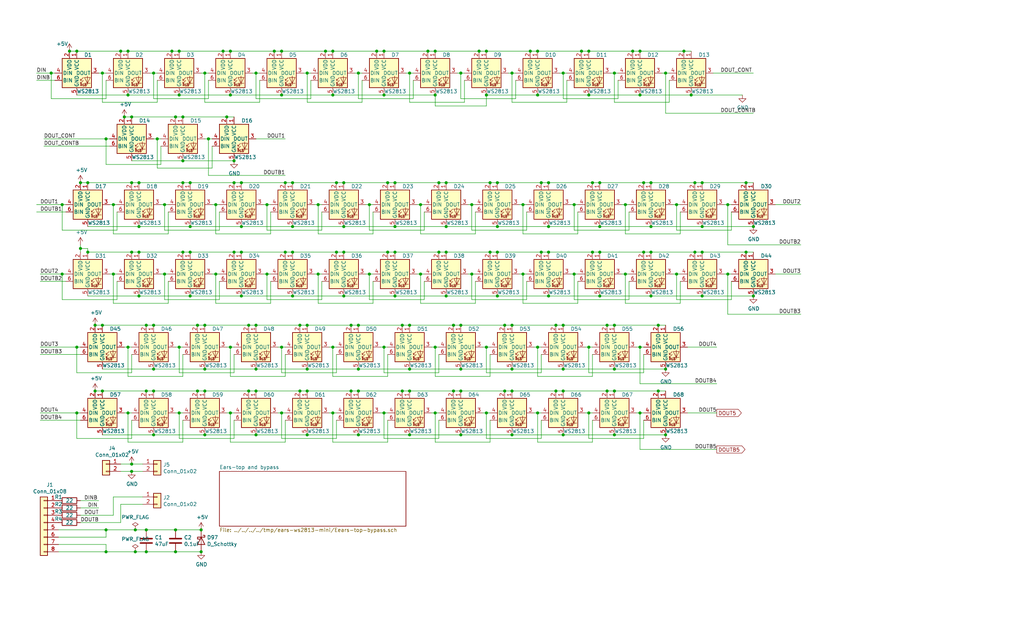
<source format=kicad_sch>
(kicad_sch (version 20230121) (generator eeschema)
  (paper "USLegal")
  (title_block (title "Flex Ears WS2813-mini") (date "2019-05-05") (rev "1.0") (company "Copyright © 2019 Aaron Williams"))
  (junction (at 237.49 17.78))
  (junction (at 62.23 120.65))
  (junction (at 160.02 113.03))
  (junction (at 195.58 113.03))
  (junction (at 151.13 120.65))
  (junction (at 168.91 33.02))
  (junction (at 128.27 95.25))
  (junction (at 30.48 87.63))
  (junction (at 35.56 25.4))
  (junction (at 259.08 87.63))
  (junction (at 190.5 63.5))
  (junction (at 243.84 63.5))
  (junction (at 17.78 25.4))
  (junction (at 53.34 25.4))
  (junction (at 199.39 71.12))
  (junction (at 83.82 87.63))
  (junction (at 231.14 128.27))
  (junction (at 152.4 63.5))
  (junction (at 226.06 78.74))
  (junction (at 193.04 113.03))
  (junction (at 78.74 40.64))
  (junction (at 177.8 128.27))
  (junction (at 33.02 113.03))
  (junction (at 39.37 71.12))
  (junction (at 92.71 71.12))
  (junction (at 104.14 113.03))
  (junction (at 166.37 17.78))
  (junction (at 115.57 143.51))
  (junction (at 43.18 40.64))
  (junction (at 119.38 78.74))
  (junction (at 124.46 128.27))
  (junction (at 44.45 33.02))
  (junction (at 46.99 191.77))
  (junction (at 157.48 135.89))
  (junction (at 187.96 63.5))
  (junction (at 195.58 135.89))
  (junction (at 92.71 95.25))
  (junction (at 142.24 151.13))
  (junction (at 104.14 135.89))
  (junction (at 53.34 128.27))
  (junction (at 83.82 78.74))
  (junction (at 88.9 135.89))
  (junction (at 71.12 25.4))
  (junction (at 39.37 95.25))
  (junction (at 97.79 120.65))
  (junction (at 68.58 113.03))
  (junction (at 154.94 63.5))
  (junction (at 177.8 135.89))
  (junction (at 57.15 71.12))
  (junction (at 154.94 87.63))
  (junction (at 210.82 113.03))
  (junction (at 77.47 17.78))
  (junction (at 26.67 120.65))
  (junction (at 97.79 143.51))
  (junction (at 152.4 87.63))
  (junction (at 116.84 63.5))
  (junction (at 208.28 102.87))
  (junction (at 26.67 17.78))
  (junction (at 62.23 143.51))
  (junction (at 204.47 17.78))
  (junction (at 204.47 33.02))
  (junction (at 168.91 143.51))
  (junction (at 81.28 87.63))
  (junction (at 36.83 48.26))
  (junction (at 172.72 87.63))
  (junction (at 219.71 17.78))
  (junction (at 146.05 71.12))
  (junction (at 168.91 17.78))
  (junction (at 124.46 25.4))
  (junction (at 208.28 63.5))
  (junction (at 213.36 135.89))
  (junction (at 222.25 17.78))
  (junction (at 72.39 48.26))
  (junction (at 181.61 71.12))
  (junction (at 110.49 95.25))
  (junction (at 151.13 17.78))
  (junction (at 213.36 113.03))
  (junction (at 157.48 113.03))
  (junction (at 142.24 25.4))
  (junction (at 243.84 87.63))
  (junction (at 190.5 78.74))
  (junction (at 252.73 71.12))
  (junction (at 261.62 78.74))
  (junction (at 48.26 63.5))
  (junction (at 163.83 95.25))
  (junction (at 59.69 17.78))
  (junction (at 243.84 78.74))
  (junction (at 222.25 143.51))
  (junction (at 57.15 95.25))
  (junction (at 201.93 17.78))
  (junction (at 121.92 113.03))
  (junction (at 44.45 143.51))
  (junction (at 44.45 120.65))
  (junction (at 234.95 95.25))
  (junction (at 177.8 113.03))
  (junction (at 223.52 63.5))
  (junction (at 241.3 63.5))
  (junction (at 226.06 87.63))
  (junction (at 101.6 63.5))
  (junction (at 45.72 163.83))
  (junction (at 177.8 151.13))
  (junction (at 217.17 95.25))
  (junction (at 217.17 71.12))
  (junction (at 45.72 87.63))
  (junction (at 35.56 135.89))
  (junction (at 48.26 102.87))
  (junction (at 124.46 151.13))
  (junction (at 62.23 33.02))
  (junction (at 154.94 102.87))
  (junction (at 204.47 120.65))
  (junction (at 170.18 63.5))
  (junction (at 205.74 87.63))
  (junction (at 163.83 71.12))
  (junction (at 128.27 71.12))
  (junction (at 41.91 17.78))
  (junction (at 33.02 135.89))
  (junction (at 130.81 17.78))
  (junction (at 175.26 113.03))
  (junction (at 160.02 135.89))
  (junction (at 113.03 17.78))
  (junction (at 172.72 102.87))
  (junction (at 106.68 113.03))
  (junction (at 259.08 63.5))
  (junction (at 213.36 128.27))
  (junction (at 86.36 113.03))
  (junction (at 195.58 25.4))
  (junction (at 261.62 102.87))
  (junction (at 50.8 113.03))
  (junction (at 148.59 17.78))
  (junction (at 71.12 128.27))
  (junction (at 204.47 143.51))
  (junction (at 213.36 151.13))
  (junction (at 71.12 135.89))
  (junction (at 170.18 87.63))
  (junction (at 88.9 113.03))
  (junction (at 60.96 40.64))
  (junction (at 210.82 135.89))
  (junction (at 133.35 17.78))
  (junction (at 172.72 63.5))
  (junction (at 99.06 87.63))
  (junction (at 241.3 87.63))
  (junction (at 66.04 63.5))
  (junction (at 190.5 87.63))
  (junction (at 222.25 120.65))
  (junction (at 74.93 71.12))
  (junction (at 199.39 95.25))
  (junction (at 226.06 63.5))
  (junction (at 106.68 135.89))
  (junction (at 66.04 78.74))
  (junction (at 186.69 143.51))
  (junction (at 115.57 17.78))
  (junction (at 133.35 33.02))
  (junction (at 195.58 128.27))
  (junction (at 160.02 128.27))
  (junction (at 110.49 71.12))
  (junction (at 142.24 128.27))
  (junction (at 137.16 63.5))
  (junction (at 228.6 113.03))
  (junction (at 119.38 63.5))
  (junction (at 88.9 151.13))
  (junction (at 88.9 25.4))
  (junction (at 186.69 33.02))
  (junction (at 97.79 17.78))
  (junction (at 231.14 151.13))
  (junction (at 252.73 95.25))
  (junction (at 48.26 78.74))
  (junction (at 139.7 113.03))
  (junction (at 27.94 86.36))
  (junction (at 121.92 135.89))
  (junction (at 71.12 151.13))
  (junction (at 50.8 191.77))
  (junction (at 50.8 135.89))
  (junction (at 46.99 184.15))
  (junction (at 35.56 113.03))
  (junction (at 66.04 102.87))
  (junction (at 86.36 135.89))
  (junction (at 53.34 113.03))
  (junction (at 54.61 48.26))
  (junction (at 228.6 135.89))
  (junction (at 53.34 151.13))
  (junction (at 137.16 78.74))
  (junction (at 133.35 120.65))
  (junction (at 81.28 63.5))
  (junction (at 151.13 143.51))
  (junction (at 66.04 87.63))
  (junction (at 226.06 102.87))
  (junction (at 234.95 71.12))
  (junction (at 190.5 102.87))
  (junction (at 172.72 78.74))
  (junction (at 106.68 128.27))
  (junction (at 186.69 17.78))
  (junction (at 45.72 63.5))
  (junction (at 115.57 120.65))
  (junction (at 231.14 25.4))
  (junction (at 134.62 87.63))
  (junction (at 243.84 102.87))
  (junction (at 116.84 87.63))
  (junction (at 27.94 63.5))
  (junction (at 80.01 17.78))
  (junction (at 81.28 55.88))
  (junction (at 69.85 184.15))
  (junction (at 21.59 71.12))
  (junction (at 26.67 143.51))
  (junction (at 181.61 95.25))
  (junction (at 36.83 184.15))
  (junction (at 60.96 191.77))
  (junction (at 63.5 63.5))
  (junction (at 97.79 33.02))
  (junction (at 124.46 135.89))
  (junction (at 240.03 33.02))
  (junction (at 68.58 135.89))
  (junction (at 44.45 17.78))
  (junction (at 193.04 135.89))
  (junction (at 205.74 63.5))
  (junction (at 137.16 102.87))
  (junction (at 146.05 95.25))
  (junction (at 186.69 120.65))
  (junction (at 175.26 135.89))
  (junction (at 119.38 87.63))
  (junction (at 53.34 135.89))
  (junction (at 99.06 63.5))
  (junction (at 71.12 113.03))
  (junction (at 151.13 33.02))
  (junction (at 137.16 87.63))
  (junction (at 60.96 184.15))
  (junction (at 160.02 25.4))
  (junction (at 50.8 184.15))
  (junction (at 45.72 40.64))
  (junction (at 74.93 95.25))
  (junction (at 63.5 87.63))
  (junction (at 106.68 25.4))
  (junction (at 62.23 17.78))
  (junction (at 187.96 87.63))
  (junction (at 177.8 25.4))
  (junction (at 124.46 113.03))
  (junction (at 21.59 95.25))
  (junction (at 24.13 17.78))
  (junction (at 88.9 128.27))
  (junction (at 80.01 33.02))
  (junction (at 80.01 120.65))
  (junction (at 195.58 151.13))
  (junction (at 142.24 135.89))
  (junction (at 101.6 78.74))
  (junction (at 223.52 87.63))
  (junction (at 45.72 161.29))
  (junction (at 139.7 135.89))
  (junction (at 101.6 102.87))
  (junction (at 160.02 151.13))
  (junction (at 134.62 63.5))
  (junction (at 115.57 33.02))
  (junction (at 168.91 120.65))
  (junction (at 133.35 143.51))
  (junction (at 184.15 17.78))
  (junction (at 48.26 87.63))
  (junction (at 106.68 151.13))
  (junction (at 63.5 55.88))
  (junction (at 83.82 63.5))
  (junction (at 30.48 63.5))
  (junction (at 119.38 102.87))
  (junction (at 95.25 17.78))
  (junction (at 208.28 87.63))
  (junction (at 80.01 143.51))
  (junction (at 213.36 25.4))
  (junction (at 63.5 40.64))
  (junction (at 222.25 33.02))
  (junction (at 36.83 191.77))
  (junction (at 101.6 87.63))
  (junction (at 154.94 78.74))
  (junction (at 142.24 113.03))
  (junction (at 69.85 191.77))
  (junction (at 208.28 78.74))
  (junction (at 83.82 102.87))
  (wire (pts (xy 99.06 153.67) (xy 99.06 146.05)))
  (wire (pts (xy 181.61 81.28) (xy 200.66 81.28)))
  (wire (pts (xy 27.94 181.61) (xy 41.91 181.61)))
  (wire (pts (xy 160.02 128.27) (xy 177.8 128.27)))
  (wire (pts (xy 104.14 135.89) (xy 106.68 135.89)))
  (wire (pts (xy 63.5 40.64) (xy 78.74 40.64)))
  (wire (pts (xy 217.17 95.25) (xy 218.44 95.25)))
  (wire (pts (xy 172.72 63.5) (xy 187.96 63.5)))
  (wire (pts (xy 21.59 95.25) (xy 21.59 104.14)))
  (wire (pts (xy 243.84 63.5) (xy 259.08 63.5)))
  (wire (pts (xy 140.97 25.4) (xy 142.24 25.4)))
  (wire (pts (xy 101.6 78.74) (xy 119.38 78.74)))
  (wire (pts (xy 50.8 113.03) (xy 53.34 113.03)))
  (wire (pts (xy 110.49 95.25) (xy 111.76 95.25)))
  (wire (pts (xy 21.59 80.01) (xy 40.64 80.01)))
  (wire (pts (xy 199.39 104.14) (xy 218.44 104.14)))
  (wire (pts (xy 212.09 25.4) (xy 213.36 25.4)))
  (wire (pts (xy 15.24 50.8) (xy 38.1 50.8)))
  (wire (pts (xy 205.74 130.81) (xy 205.74 123.19)))
  (wire (pts (xy 97.79 129.54) (xy 116.84 129.54)))
  (wire (pts (xy 44.45 120.65) (xy 44.45 130.81)))
  (wire (pts (xy 175.26 135.89) (xy 177.8 135.89)))
  (wire (pts (xy 78.74 120.65) (xy 80.01 120.65)))
  (wire (pts (xy 43.18 120.65) (xy 44.45 120.65)))
  (wire (pts (xy 121.92 135.89) (xy 124.46 135.89)))
  (wire (pts (xy 41.91 175.26) (xy 49.53 175.26)))
  (wire (pts (xy 252.73 85.09) (xy 278.13 85.09)))
  (wire (pts (xy 60.96 120.65) (xy 62.23 120.65)))
  (wire (pts (xy 109.22 71.12) (xy 110.49 71.12)))
  (wire (pts (xy 166.37 17.78) (xy 168.91 17.78)))
  (wire (pts (xy 45.72 152.4) (xy 45.72 146.05)))
  (wire (pts (xy 203.2 120.65) (xy 204.47 120.65)))
  (wire (pts (xy 205.74 63.5) (xy 208.28 63.5)))
  (wire (pts (xy 83.82 102.87) (xy 101.6 102.87)))
  (wire (pts (xy 33.02 113.03) (xy 35.56 113.03)))
  (wire (pts (xy 80.01 120.65) (xy 81.28 120.65)))
  (wire (pts (xy 142.24 135.89) (xy 157.48 135.89)))
  (wire (pts (xy 204.47 129.54) (xy 223.52 129.54)))
  (wire (pts (xy 41.91 161.29) (xy 45.72 161.29)))
  (wire (pts (xy 252.73 71.12) (xy 254 71.12)))
  (wire (pts (xy 27.94 123.19) (xy 13.97 123.19)))
  (wire (pts (xy 222.25 17.78) (xy 237.49 17.78)))
  (wire (pts (xy 160.02 25.4) (xy 160.02 34.29)))
  (wire (pts (xy 181.61 71.12) (xy 181.61 81.28)))
  (wire (pts (xy 30.48 63.5) (xy 27.94 63.5)))
  (wire (pts (xy 137.16 78.74) (xy 154.94 78.74)))
  (wire (pts (xy 53.34 48.26) (xy 54.61 48.26)))
  (wire (pts (xy 88.9 25.4) (xy 90.17 25.4)))
  (wire (pts (xy 66.04 63.5) (xy 81.28 63.5)))
  (wire (pts (xy 71.12 35.56) (xy 90.17 35.56)))
  (wire (pts (xy 234.95 71.12) (xy 236.22 71.12)))
  (wire (pts (xy 119.38 102.87) (xy 137.16 102.87)))
  (wire (pts (xy 63.5 63.5) (xy 66.04 63.5)))
  (wire (pts (xy 74.93 95.25) (xy 76.2 95.25)))
  (wire (pts (xy 106.68 151.13) (xy 124.46 151.13)))
  (wire (pts (xy 172.72 87.63) (xy 187.96 87.63)))
  (wire (pts (xy 105.41 25.4) (xy 106.68 25.4)))
  (wire (pts (xy 133.35 17.78) (xy 148.59 17.78)))
  (wire (pts (xy 186.69 33.02) (xy 204.47 33.02)))
  (wire (pts (xy 222.25 120.65) (xy 222.25 133.35)))
  (wire (pts (xy 165.1 81.28) (xy 165.1 73.66)))
  (wire (pts (xy 53.34 25.4) (xy 54.61 25.4)))
  (wire (pts (xy 234.95 71.12) (xy 234.95 80.01)))
  (wire (pts (xy 12.7 25.4) (xy 17.78 25.4)))
  (wire (pts (xy 185.42 143.51) (xy 186.69 143.51)))
  (wire (pts (xy 240.03 33.02) (xy 257.81 33.02)))
  (wire (pts (xy 54.61 48.26) (xy 54.61 58.42)))
  (wire (pts (xy 44.45 33.02) (xy 62.23 33.02)))
  (wire (pts (xy 48.26 87.63) (xy 63.5 87.63)))
  (wire (pts (xy 110.49 95.25) (xy 110.49 105.41)))
  (wire (pts (xy 22.86 71.12) (xy 21.59 71.12)))
  (wire (pts (xy 20.32 189.23) (xy 36.83 189.23)))
  (wire (pts (xy 241.3 63.5) (xy 243.84 63.5)))
  (wire (pts (xy 50.8 135.89) (xy 53.34 135.89)))
  (wire (pts (xy 222.25 133.35) (xy 248.92 133.35)))
  (wire (pts (xy 35.56 113.03) (xy 50.8 113.03)))
  (wire (pts (xy 80.01 143.51) (xy 81.28 143.51)))
  (wire (pts (xy 80.01 130.81) (xy 99.06 130.81)))
  (wire (pts (xy 106.68 35.56) (xy 125.73 35.56)))
  (wire (pts (xy 231.14 39.37) (xy 261.62 39.37)))
  (wire (pts (xy 119.38 87.63) (xy 134.62 87.63)))
  (wire (pts (xy 177.8 135.89) (xy 193.04 135.89)))
  (wire (pts (xy 228.6 135.89) (xy 231.14 135.89)))
  (wire (pts (xy 151.13 153.67) (xy 170.18 153.67)))
  (wire (pts (xy 43.18 40.64) (xy 45.72 40.64)))
  (wire (pts (xy 55.88 57.15) (xy 36.83 57.15)))
  (wire (pts (xy 115.57 130.81) (xy 134.62 130.81)))
  (wire (pts (xy 252.73 95.25) (xy 254 95.25)))
  (wire (pts (xy 238.76 143.51) (xy 248.92 143.51)))
  (wire (pts (xy 198.12 71.12) (xy 199.39 71.12)))
  (wire (pts (xy 114.3 143.51) (xy 115.57 143.51)))
  (wire (pts (xy 27.94 146.05) (xy 13.97 146.05)))
  (wire (pts (xy 168.91 36.83) (xy 151.13 36.83)))
  (wire (pts (xy 62.23 152.4) (xy 81.28 152.4)))
  (wire (pts (xy 259.08 87.63) (xy 261.62 87.63)))
  (wire (pts (xy 116.84 129.54) (xy 116.84 123.19)))
  (wire (pts (xy 144.78 71.12) (xy 146.05 71.12)))
  (wire (pts (xy 101.6 102.87) (xy 119.38 102.87)))
  (wire (pts (xy 116.84 152.4) (xy 116.84 146.05)))
  (wire (pts (xy 204.47 33.02) (xy 222.25 33.02)))
  (wire (pts (xy 71.12 135.89) (xy 86.36 135.89)))
  (wire (pts (xy 97.79 143.51) (xy 97.79 152.4)))
  (wire (pts (xy 151.13 120.65) (xy 152.4 120.65)))
  (wire (pts (xy 38.1 95.25) (xy 39.37 95.25)))
  (wire (pts (xy 27.94 87.63) (xy 27.94 86.36)))
  (wire (pts (xy 176.53 25.4) (xy 177.8 25.4)))
  (wire (pts (xy 146.05 105.41) (xy 165.1 105.41)))
  (wire (pts (xy 17.78 34.29) (xy 36.83 34.29)))
  (wire (pts (xy 133.35 120.65) (xy 134.62 120.65)))
  (wire (pts (xy 110.49 71.12) (xy 111.76 71.12)))
  (wire (pts (xy 62.23 17.78) (xy 59.69 17.78)))
  (wire (pts (xy 53.34 135.89) (xy 68.58 135.89)))
  (wire (pts (xy 142.24 151.13) (xy 160.02 151.13)))
  (wire (pts (xy 146.05 71.12) (xy 147.32 71.12)))
  (wire (pts (xy 54.61 35.56) (xy 54.61 27.94)))
  (wire (pts (xy 53.34 151.13) (xy 71.12 151.13)))
  (wire (pts (xy 58.42 81.28) (xy 58.42 73.66)))
  (wire (pts (xy 87.63 25.4) (xy 88.9 25.4)))
  (wire (pts (xy 80.01 33.02) (xy 97.79 33.02)))
  (wire (pts (xy 97.79 33.02) (xy 115.57 33.02)))
  (wire (pts (xy 74.93 105.41) (xy 93.98 105.41)))
  (wire (pts (xy 54.61 48.26) (xy 55.88 48.26)))
  (wire (pts (xy 99.06 63.5) (xy 101.6 63.5)))
  (wire (pts (xy 127 95.25) (xy 128.27 95.25)))
  (wire (pts (xy 88.9 48.26) (xy 99.06 48.26)))
  (wire (pts (xy 142.24 35.56) (xy 161.29 35.56)))
  (wire (pts (xy 57.15 95.25) (xy 57.15 104.14)))
  (wire (pts (xy 195.58 128.27) (xy 213.36 128.27)))
  (wire (pts (xy 152.4 129.54) (xy 152.4 123.19)))
  (wire (pts (xy 72.39 48.26) (xy 73.66 48.26)))
  (wire (pts (xy 36.83 189.23) (xy 36.83 191.77)))
  (wire (pts (xy 222.25 33.02) (xy 240.03 33.02)))
  (wire (pts (xy 137.16 63.5) (xy 152.4 63.5)))
  (wire (pts (xy 99.06 87.63) (xy 101.6 87.63)))
  (wire (pts (xy 74.93 71.12) (xy 76.2 71.12)))
  (wire (pts (xy 96.52 143.51) (xy 97.79 143.51)))
  (wire (pts (xy 22.86 95.25) (xy 21.59 95.25)))
  (wire (pts (xy 62.23 17.78) (xy 77.47 17.78)))
  (wire (pts (xy 80.01 120.65) (xy 80.01 130.81)))
  (wire (pts (xy 20.32 186.69) (xy 36.83 186.69)))
  (wire (pts (xy 46.99 191.77) (xy 50.8 191.77)))
  (wire (pts (xy 199.39 71.12) (xy 200.66 71.12)))
  (wire (pts (xy 186.69 143.51) (xy 186.69 153.67)))
  (wire (pts (xy 35.56 35.56) (xy 54.61 35.56)))
  (wire (pts (xy 101.6 63.5) (xy 116.84 63.5)))
  (wire (pts (xy 130.81 17.78) (xy 133.35 17.78)))
  (wire (pts (xy 168.91 129.54) (xy 187.96 129.54)))
  (wire (pts (xy 81.28 152.4) (xy 81.28 146.05)))
  (wire (pts (xy 251.46 71.12) (xy 252.73 71.12)))
  (wire (pts (xy 124.46 128.27) (xy 142.24 128.27)))
  (wire (pts (xy 215.9 71.12) (xy 217.17 71.12)))
  (wire (pts (xy 168.91 120.65) (xy 168.91 129.54)))
  (wire (pts (xy 243.84 78.74) (xy 261.62 78.74)))
  (wire (pts (xy 63.5 130.81) (xy 63.5 123.19)))
  (wire (pts (xy 35.56 25.4) (xy 35.56 35.56)))
  (wire (pts (xy 182.88 80.01) (xy 182.88 73.66)))
  (wire (pts (xy 30.48 78.74) (xy 48.26 78.74)))
  (wire (pts (xy 20.32 191.77) (xy 36.83 191.77)))
  (wire (pts (xy 147.32 104.14) (xy 147.32 97.79)))
  (wire (pts (xy 34.29 25.4) (xy 35.56 25.4)))
  (wire (pts (xy 177.8 35.56) (xy 196.85 35.56)))
  (wire (pts (xy 220.98 143.51) (xy 222.25 143.51)))
  (wire (pts (xy 157.48 113.03) (xy 160.02 113.03)))
  (wire (pts (xy 133.35 120.65) (xy 133.35 129.54)))
  (wire (pts (xy 167.64 143.51) (xy 168.91 143.51)))
  (wire (pts (xy 195.58 135.89) (xy 210.82 135.89)))
  (wire (pts (xy 97.79 17.78) (xy 113.03 17.78)))
  (wire (pts (xy 55.88 50.8) (xy 55.88 57.15)))
  (wire (pts (xy 195.58 25.4) (xy 196.85 25.4)))
  (wire (pts (xy 13.97 120.65) (xy 26.67 120.65)))
  (wire (pts (xy 91.44 95.25) (xy 92.71 95.25)))
  (wire (pts (xy 39.37 105.41) (xy 58.42 105.41)))
  (wire (pts (xy 66.04 87.63) (xy 81.28 87.63)))
  (wire (pts (xy 48.26 102.87) (xy 66.04 102.87)))
  (wire (pts (xy 133.35 33.02) (xy 151.13 33.02)))
  (wire (pts (xy 179.07 34.29) (xy 179.07 27.94)))
  (wire (pts (xy 36.83 48.26) (xy 38.1 48.26)))
  (wire (pts (xy 19.05 25.4) (xy 17.78 25.4)))
  (wire (pts (xy 20.32 184.15) (xy 36.83 184.15)))
  (wire (pts (xy 93.98 81.28) (xy 93.98 73.66)))
  (wire (pts (xy 142.24 128.27) (xy 160.02 128.27)))
  (wire (pts (xy 217.17 71.12) (xy 218.44 71.12)))
  (wire (pts (xy 83.82 87.63) (xy 99.06 87.63)))
  (wire (pts (xy 160.02 25.4) (xy 161.29 25.4)))
  (wire (pts (xy 231.14 25.4) (xy 232.41 25.4)))
  (wire (pts (xy 44.45 143.51) (xy 45.72 143.51)))
  (wire (pts (xy 62.23 129.54) (xy 81.28 129.54)))
  (wire (pts (xy 62.23 33.02) (xy 80.01 33.02)))
  (wire (pts (xy 182.88 104.14) (xy 182.88 97.79)))
  (wire (pts (xy 53.34 113.03) (xy 68.58 113.03)))
  (wire (pts (xy 160.02 34.29) (xy 179.07 34.29)))
  (wire (pts (xy 63.5 55.88) (xy 45.72 55.88)))
  (wire (pts (xy 12.7 71.12) (xy 21.59 71.12)))
  (wire (pts (xy 36.83 57.15) (xy 36.83 48.26)))
  (wire (pts (xy 204.47 152.4) (xy 223.52 152.4)))
  (wire (pts (xy 151.13 17.78) (xy 166.37 17.78)))
  (wire (pts (xy 168.91 143.51) (xy 168.91 152.4)))
  (wire (pts (xy 269.24 95.25) (xy 278.13 95.25)))
  (wire (pts (xy 148.59 17.78) (xy 151.13 17.78)))
  (wire (pts (xy 152.4 63.5) (xy 154.94 63.5)))
  (wire (pts (xy 128.27 80.01) (xy 147.32 80.01)))
  (wire (pts (xy 125.73 35.56) (xy 125.73 27.94)))
  (wire (pts (xy 139.7 135.89) (xy 142.24 135.89)))
  (wire (pts (xy 93.98 105.41) (xy 93.98 97.79)))
  (wire (pts (xy 71.12 128.27) (xy 88.9 128.27)))
  (wire (pts (xy 146.05 71.12) (xy 146.05 81.28)))
  (wire (pts (xy 68.58 135.89) (xy 71.12 135.89)))
  (wire (pts (xy 81.28 87.63) (xy 83.82 87.63)))
  (wire (pts (xy 133.35 143.51) (xy 133.35 152.4)))
  (wire (pts (xy 27.94 173.99) (xy 34.29 173.99)))
  (wire (pts (xy 35.56 135.89) (xy 50.8 135.89)))
  (wire (pts (xy 195.58 113.03) (xy 193.04 113.03)))
  (wire (pts (xy 44.45 17.78) (xy 41.91 17.78)))
  (wire (pts (xy 96.52 120.65) (xy 97.79 120.65)))
  (wire (pts (xy 48.26 78.74) (xy 66.04 78.74)))
  (wire (pts (xy 57.15 71.12) (xy 57.15 80.01)))
  (wire (pts (xy 60.96 191.77) (xy 69.85 191.77)))
  (wire (pts (xy 154.94 78.74) (xy 172.72 78.74)))
  (wire (pts (xy 109.22 95.25) (xy 110.49 95.25)))
  (wire (pts (xy 210.82 135.89) (xy 213.36 135.89)))
  (wire (pts (xy 86.36 135.89) (xy 88.9 135.89)))
  (wire (pts (xy 99.06 130.81) (xy 99.06 123.19)))
  (wire (pts (xy 88.9 151.13) (xy 106.68 151.13)))
  (wire (pts (xy 237.49 17.78) (xy 240.03 17.78)))
  (wire (pts (xy 129.54 105.41) (xy 129.54 97.79)))
  (wire (pts (xy 234.95 95.25) (xy 234.95 104.14)))
  (wire (pts (xy 194.31 25.4) (xy 195.58 25.4)))
  (wire (pts (xy 88.9 135.89) (xy 104.14 135.89)))
  (wire (pts (xy 92.71 71.12) (xy 93.98 71.12)))
  (wire (pts (xy 44.45 130.81) (xy 63.5 130.81)))
  (wire (pts (xy 128.27 104.14) (xy 147.32 104.14)))
  (wire (pts (xy 168.91 120.65) (xy 170.18 120.65)))
  (wire (pts (xy 80.01 153.67) (xy 99.06 153.67)))
  (wire (pts (xy 170.18 63.5) (xy 172.72 63.5)))
  (wire (pts (xy 134.62 63.5) (xy 137.16 63.5)))
  (wire (pts (xy 154.94 87.63) (xy 170.18 87.63)))
  (wire (pts (xy 252.73 95.25) (xy 252.73 109.22)))
  (wire (pts (xy 106.68 128.27) (xy 124.46 128.27)))
  (wire (pts (xy 59.69 17.78) (xy 44.45 17.78)))
  (wire (pts (xy 78.74 143.51) (xy 80.01 143.51)))
  (wire (pts (xy 73.66 58.42) (xy 73.66 50.8)))
  (wire (pts (xy 113.03 17.78) (xy 115.57 17.78)))
  (wire (pts (xy 45.72 87.63) (xy 48.26 87.63)))
  (wire (pts (xy 199.39 71.12) (xy 199.39 80.01)))
  (wire (pts (xy 132.08 120.65) (xy 133.35 120.65)))
  (wire (pts (xy 217.17 81.28) (xy 236.22 81.28)))
  (wire (pts (xy 45.72 161.29) (xy 49.53 161.29)))
  (wire (pts (xy 119.38 63.5) (xy 134.62 63.5)))
  (wire (pts (xy 115.57 33.02) (xy 133.35 33.02)))
  (wire (pts (xy 162.56 71.12) (xy 163.83 71.12)))
  (wire (pts (xy 208.28 102.87) (xy 226.06 102.87)))
  (wire (pts (xy 218.44 104.14) (xy 218.44 97.79)))
  (wire (pts (xy 172.72 78.74) (xy 190.5 78.74)))
  (wire (pts (xy 146.05 81.28) (xy 165.1 81.28)))
  (wire (pts (xy 17.78 25.4) (xy 17.78 34.29)))
  (wire (pts (xy 106.68 25.4) (xy 107.95 25.4)))
  (wire (pts (xy 26.67 152.4) (xy 45.72 152.4)))
  (wire (pts (xy 26.67 143.51) (xy 26.67 152.4)))
  (wire (pts (xy 88.9 25.4) (xy 88.9 34.29)))
  (wire (pts (xy 13.97 97.79) (xy 22.86 97.79)))
  (wire (pts (xy 203.2 143.51) (xy 204.47 143.51)))
  (wire (pts (xy 129.54 81.28) (xy 129.54 73.66)))
  (wire (pts (xy 88.9 113.03) (xy 104.14 113.03)))
  (wire (pts (xy 30.48 63.5) (xy 45.72 63.5)))
  (wire (pts (xy 139.7 113.03) (xy 142.24 113.03)))
  (wire (pts (xy 115.57 143.51) (xy 116.84 143.51)))
  (wire (pts (xy 198.12 95.25) (xy 199.39 95.25)))
  (wire (pts (xy 137.16 87.63) (xy 152.4 87.63)))
  (wire (pts (xy 200.66 105.41) (xy 200.66 97.79)))
  (wire (pts (xy 92.71 104.14) (xy 111.76 104.14)))
  (wire (pts (xy 133.35 152.4) (xy 152.4 152.4)))
  (wire (pts (xy 222.25 156.21) (xy 248.92 156.21)))
  (wire (pts (xy 115.57 120.65) (xy 116.84 120.65)))
  (wire (pts (xy 36.83 34.29) (xy 36.83 27.94)))
  (wire (pts (xy 146.05 95.25) (xy 146.05 105.41)))
  (wire (pts (xy 241.3 87.63) (xy 243.84 87.63)))
  (wire (pts (xy 177.8 25.4) (xy 177.8 35.56)))
  (wire (pts (xy 205.74 87.63) (xy 208.28 87.63)))
  (wire (pts (xy 151.13 143.51) (xy 152.4 143.51)))
  (wire (pts (xy 72.39 34.29) (xy 72.39 27.94)))
  (wire (pts (xy 66.04 102.87) (xy 83.82 102.87)))
  (wire (pts (xy 35.56 128.27) (xy 53.34 128.27)))
  (wire (pts (xy 208.28 87.63) (xy 223.52 87.63)))
  (wire (pts (xy 74.93 71.12) (xy 74.93 81.28)))
  (wire (pts (xy 163.83 104.14) (xy 182.88 104.14)))
  (wire (pts (xy 152.4 87.63) (xy 154.94 87.63)))
  (wire (pts (xy 251.46 95.25) (xy 252.73 95.25)))
  (wire (pts (xy 146.05 95.25) (xy 147.32 95.25)))
  (wire (pts (xy 63.5 55.88) (xy 81.28 55.88)))
  (wire (pts (xy 78.74 40.64) (xy 81.28 40.64)))
  (wire (pts (xy 92.71 71.12) (xy 92.71 80.01)))
  (wire (pts (xy 80.01 17.78) (xy 95.25 17.78)))
  (wire (pts (xy 53.34 25.4) (xy 53.34 34.29)))
  (wire (pts (xy 106.68 25.4) (xy 106.68 35.56)))
  (wire (pts (xy 48.26 63.5) (xy 63.5 63.5)))
  (wire (pts (xy 97.79 120.65) (xy 97.79 129.54)))
  (wire (pts (xy 44.45 120.65) (xy 45.72 120.65)))
  (wire (pts (xy 62.23 120.65) (xy 63.5 120.65)))
  (wire (pts (xy 73.66 95.25) (xy 74.93 95.25)))
  (wire (pts (xy 177.8 128.27) (xy 195.58 128.27)))
  (wire (pts (xy 205.74 153.67) (xy 205.74 146.05)))
  (wire (pts (xy 76.2 80.01) (xy 76.2 73.66)))
  (wire (pts (xy 124.46 135.89) (xy 139.7 135.89)))
  (wire (pts (xy 111.76 104.14) (xy 111.76 97.79)))
  (wire (pts (xy 170.18 87.63) (xy 172.72 87.63)))
  (wire (pts (xy 13.97 143.51) (xy 26.67 143.51)))
  (wire (pts (xy 36.83 186.69) (xy 36.83 184.15)))
  (wire (pts (xy 236.22 105.41) (xy 236.22 97.79)))
  (wire (pts (xy 154.94 102.87) (xy 172.72 102.87)))
  (wire (pts (xy 39.37 95.25) (xy 39.37 105.41)))
  (wire (pts (xy 43.18 143.51) (xy 44.45 143.51)))
  (wire (pts (xy 63.5 87.63) (xy 66.04 87.63)))
  (wire (pts (xy 110.49 71.12) (xy 110.49 81.28)))
  (wire (pts (xy 53.34 128.27) (xy 71.12 128.27)))
  (wire (pts (xy 97.79 143.51) (xy 99.06 143.51)))
  (wire (pts (xy 186.69 120.65) (xy 186.69 130.81)))
  (wire (pts (xy 143.51 34.29) (xy 143.51 27.94)))
  (wire (pts (xy 168.91 143.51) (xy 170.18 143.51)))
  (wire (pts (xy 81.28 129.54) (xy 81.28 123.19)))
  (wire (pts (xy 177.8 151.13) (xy 195.58 151.13)))
  (wire (pts (xy 90.17 35.56) (xy 90.17 27.94)))
  (wire (pts (xy 223.52 152.4) (xy 223.52 146.05)))
  (wire (pts (xy 39.37 179.07) (xy 39.37 172.72)))
  (wire (pts (xy 177.8 25.4) (xy 179.07 25.4)))
  (wire (pts (xy 30.48 86.36) (xy 30.48 87.63)))
  (wire (pts (xy 177.8 113.03) (xy 175.26 113.03)))
  (wire (pts (xy 226.06 87.63) (xy 241.3 87.63)))
  (wire (pts (xy 187.96 87.63) (xy 190.5 87.63)))
  (wire (pts (xy 151.13 143.51) (xy 151.13 153.67)))
  (wire (pts (xy 101.6 87.63) (xy 116.84 87.63)))
  (wire (pts (xy 124.46 151.13) (xy 142.24 151.13)))
  (wire (pts (xy 238.76 120.65) (xy 248.92 120.65)))
  (wire (pts (xy 234.95 104.14) (xy 254 104.14)))
  (wire (pts (xy 24.13 17.78) (xy 26.67 17.78)))
  (wire (pts (xy 107.95 34.29) (xy 107.95 27.94)))
  (wire (pts (xy 160.02 135.89) (xy 175.26 135.89)))
  (wire (pts (xy 77.47 17.78) (xy 80.01 17.78)))
  (wire (pts (xy 86.36 113.03) (xy 88.9 113.03)))
  (wire (pts (xy 114.3 120.65) (xy 115.57 120.65)))
  (wire (pts (xy 57.15 80.01) (xy 76.2 80.01)))
  (wire (pts (xy 62.23 143.51) (xy 62.23 152.4)))
  (wire (pts (xy 91.44 71.12) (xy 92.71 71.12)))
  (wire (pts (xy 57.15 95.25) (xy 58.42 95.25)))
  (wire (pts (xy 170.18 130.81) (xy 170.18 123.19)))
  (wire (pts (xy 111.76 80.01) (xy 111.76 73.66)))
  (wire (pts (xy 247.65 25.4) (xy 261.62 25.4)))
  (wire (pts (xy 57.15 104.14) (xy 76.2 104.14)))
  (wire (pts (xy 168.91 17.78) (xy 184.15 17.78)))
  (wire (pts (xy 12.7 73.66) (xy 22.86 73.66)))
  (wire (pts (xy 133.35 129.54) (xy 152.4 129.54)))
  (wire (pts (xy 181.61 71.12) (xy 182.88 71.12)))
  (wire (pts (xy 208.28 78.74) (xy 226.06 78.74)))
  (wire (pts (xy 124.46 34.29) (xy 143.51 34.29)))
  (wire (pts (xy 160.02 113.03) (xy 175.26 113.03)))
  (wire (pts (xy 231.14 25.4) (xy 231.14 39.37)))
  (wire (pts (xy 36.83 184.15) (xy 46.99 184.15)))
  (wire (pts (xy 44.45 153.67) (xy 63.5 153.67)))
  (wire (pts (xy 68.58 113.03) (xy 71.12 113.03)))
  (wire (pts (xy 236.22 81.28) (xy 236.22 73.66)))
  (wire (pts (xy 186.69 143.51) (xy 187.96 143.51)))
  (wire (pts (xy 69.85 184.15) (xy 60.96 184.15)))
  (wire (pts (xy 193.04 135.89) (xy 195.58 135.89)))
  (wire (pts (xy 195.58 151.13) (xy 213.36 151.13)))
  (wire (pts (xy 223.52 87.63) (xy 226.06 87.63)))
  (wire (pts (xy 222.25 143.51) (xy 223.52 143.51)))
  (wire (pts (xy 186.69 130.81) (xy 205.74 130.81)))
  (wire (pts (xy 132.08 143.51) (xy 133.35 143.51)))
  (wire (pts (xy 97.79 120.65) (xy 99.06 120.65)))
  (wire (pts (xy 55.88 95.25) (xy 57.15 95.25)))
  (wire (pts (xy 54.61 58.42) (xy 73.66 58.42)))
  (wire (pts (xy 233.68 95.25) (xy 234.95 95.25)))
  (wire (pts (xy 234.95 80.01) (xy 254 80.01)))
  (wire (pts (xy 167.64 120.65) (xy 168.91 120.65)))
  (wire (pts (xy 53.34 34.29) (xy 72.39 34.29)))
  (wire (pts (xy 220.98 120.65) (xy 222.25 120.65)))
  (wire (pts (xy 163.83 95.25) (xy 163.83 104.14)))
  (wire (pts (xy 163.83 71.12) (xy 165.1 71.12)))
  (wire (pts (xy 214.63 34.29) (xy 214.63 27.94)))
  (wire (pts (xy 168.91 33.02) (xy 186.69 33.02)))
  (wire (pts (xy 92.71 95.25) (xy 93.98 95.25)))
  (wire (pts (xy 39.37 95.25) (xy 40.64 95.25)))
  (wire (pts (xy 88.9 128.27) (xy 106.68 128.27)))
  (wire (pts (xy 115.57 17.78) (xy 130.81 17.78)))
  (wire (pts (xy 193.04 113.03) (xy 177.8 113.03)))
  (wire (pts (xy 116.84 87.63) (xy 119.38 87.63)))
  (wire (pts (xy 199.39 80.01) (xy 218.44 80.01)))
  (wire (pts (xy 46.99 184.15) (xy 50.8 184.15)))
  (wire (pts (xy 190.5 63.5) (xy 187.96 63.5)))
  (wire (pts (xy 72.39 48.26) (xy 72.39 60.96)))
  (wire (pts (xy 26.67 33.02) (xy 44.45 33.02)))
  (wire (pts (xy 27.94 143.51) (xy 26.67 143.51)))
  (wire (pts (xy 213.36 35.56) (xy 232.41 35.56)))
  (wire (pts (xy 55.88 71.12) (xy 57.15 71.12)))
  (wire (pts (xy 41.91 181.61) (xy 41.91 175.26)))
  (wire (pts (xy 254 104.14) (xy 254 97.79)))
  (wire (pts (xy 60.96 143.51) (xy 62.23 143.51)))
  (wire (pts (xy 222.25 143.51) (xy 222.25 156.21)))
  (wire (pts (xy 219.71 17.78) (xy 204.47 17.78)))
  (wire (pts (xy 115.57 120.65) (xy 115.57 130.81)))
  (wire (pts (xy 60.96 40.64) (xy 63.5 40.64)))
  (wire (pts (xy 213.36 128.27) (xy 231.14 128.27)))
  (wire (pts (xy 115.57 153.67) (xy 134.62 153.67)))
  (wire (pts (xy 208.28 102.87) (xy 190.5 102.87)))
  (wire (pts (xy 222.25 17.78) (xy 219.71 17.78)))
  (wire (pts (xy 71.12 151.13) (xy 88.9 151.13)))
  (wire (pts (xy 134.62 87.63) (xy 137.16 87.63)))
  (wire (pts (xy 35.56 25.4) (xy 36.83 25.4)))
  (wire (pts (xy 170.18 153.67) (xy 170.18 146.05)))
  (wire (pts (xy 152.4 152.4) (xy 152.4 146.05)))
  (wire (pts (xy 215.9 95.25) (xy 217.17 95.25)))
  (wire (pts (xy 252.73 109.22) (xy 278.13 109.22)))
  (wire (pts (xy 190.5 78.74) (xy 208.28 78.74)))
  (wire (pts (xy 58.42 105.41) (xy 58.42 97.79)))
  (wire (pts (xy 39.37 172.72) (xy 49.53 172.72)))
  (wire (pts (xy 74.93 95.25) (xy 74.93 105.41)))
  (wire (pts (xy 73.66 71.12) (xy 74.93 71.12)))
  (wire (pts (xy 199.39 95.25) (xy 199.39 104.14)))
  (wire (pts (xy 181.61 95.25) (xy 182.88 95.25)))
  (wire (pts (xy 200.66 81.28) (xy 200.66 73.66)))
  (wire (pts (xy 124.46 113.03) (xy 139.7 113.03)))
  (wire (pts (xy 184.15 17.78) (xy 186.69 17.78)))
  (wire (pts (xy 163.83 71.12) (xy 163.83 80.01)))
  (wire (pts (xy 181.61 95.25) (xy 181.61 105.41)))
  (wire (pts (xy 204.47 143.51) (xy 205.74 143.51)))
  (wire (pts (xy 142.24 25.4) (xy 142.24 35.56)))
  (wire (pts (xy 201.93 17.78) (xy 204.47 17.78)))
  (wire (pts (xy 40.64 80.01) (xy 40.64 73.66)))
  (wire (pts (xy 116.84 63.5) (xy 119.38 63.5)))
  (wire (pts (xy 229.87 25.4) (xy 231.14 25.4)))
  (wire (pts (xy 19.05 27.94) (xy 12.7 27.94)))
  (wire (pts (xy 60.96 184.15) (xy 50.8 184.15)))
  (wire (pts (xy 124.46 25.4) (xy 125.73 25.4)))
  (wire (pts (xy 110.49 81.28) (xy 129.54 81.28)))
  (wire (pts (xy 81.28 63.5) (xy 83.82 63.5)))
  (wire (pts (xy 69.85 25.4) (xy 71.12 25.4)))
  (wire (pts (xy 204.47 120.65) (xy 204.47 129.54)))
  (wire (pts (xy 127 71.12) (xy 128.27 71.12)))
  (wire (pts (xy 45.72 40.64) (xy 60.96 40.64)))
  (wire (pts (xy 185.42 120.65) (xy 186.69 120.65)))
  (wire (pts (xy 106.68 135.89) (xy 121.92 135.89)))
  (wire (pts (xy 151.13 120.65) (xy 151.13 130.81)))
  (wire (pts (xy 76.2 104.14) (xy 76.2 97.79)))
  (wire (pts (xy 163.83 80.01) (xy 182.88 80.01)))
  (wire (pts (xy 121.92 113.03) (xy 124.46 113.03)))
  (wire (pts (xy 128.27 95.25) (xy 128.27 104.14)))
  (wire (pts (xy 163.83 95.25) (xy 165.1 95.25)))
  (wire (pts (xy 137.16 102.87) (xy 154.94 102.87)))
  (wire (pts (xy 45.72 63.5) (xy 48.26 63.5)))
  (wire (pts (xy 226.06 63.5) (xy 241.3 63.5)))
  (wire (pts (xy 213.36 25.4) (xy 213.36 35.56)))
  (wire (pts (xy 226.06 102.87) (xy 243.84 102.87)))
  (wire (pts (xy 124.46 25.4) (xy 124.46 34.29)))
  (wire (pts (xy 27.94 86.36) (xy 27.94 85.09)))
  (wire (pts (xy 252.73 71.12) (xy 252.73 85.09)))
  (wire (pts (xy 39.37 81.28) (xy 58.42 81.28)))
  (wire (pts (xy 213.36 113.03) (xy 228.6 113.03)))
  (wire (pts (xy 71.12 48.26) (xy 72.39 48.26)))
  (wire (pts (xy 30.48 102.87) (xy 48.26 102.87)))
  (wire (pts (xy 195.58 113.03) (xy 210.82 113.03)))
  (wire (pts (xy 168.91 33.02) (xy 168.91 36.83)))
  (wire (pts (xy 119.38 78.74) (xy 137.16 78.74)))
  (wire (pts (xy 210.82 113.03) (xy 213.36 113.03)))
  (wire (pts (xy 27.94 86.36) (xy 30.48 86.36)))
  (wire (pts (xy 72.39 60.96) (xy 99.06 60.96)))
  (wire (pts (xy 52.07 25.4) (xy 53.34 25.4)))
  (wire (pts (xy 187.96 152.4) (xy 187.96 146.05)))
  (wire (pts (xy 218.44 80.01) (xy 218.44 73.66)))
  (wire (pts (xy 62.23 143.51) (xy 63.5 143.51)))
  (wire (pts (xy 133.35 143.51) (xy 134.62 143.51)))
  (wire (pts (xy 254 80.01) (xy 254 73.66)))
  (wire (pts (xy 186.69 153.67) (xy 205.74 153.67)))
  (wire (pts (xy 41.91 17.78) (xy 26.67 17.78)))
  (wire (pts (xy 269.24 71.12) (xy 278.13 71.12)))
  (wire (pts (xy 223.52 63.5) (xy 226.06 63.5)))
  (wire (pts (xy 40.64 104.14) (xy 40.64 97.79)))
  (wire (pts (xy 27.94 179.07) (xy 39.37 179.07)))
  (wire (pts (xy 63.5 153.67) (xy 63.5 146.05)))
  (wire (pts (xy 213.36 135.89) (xy 228.6 135.89)))
  (wire (pts (xy 180.34 71.12) (xy 181.61 71.12)))
  (wire (pts (xy 123.19 25.4) (xy 124.46 25.4)))
  (wire (pts (xy 154.94 63.5) (xy 170.18 63.5)))
  (wire (pts (xy 15.24 48.26) (xy 36.83 48.26)))
  (wire (pts (xy 49.53 163.83) (xy 45.72 163.83)))
  (wire (pts (xy 44.45 143.51) (xy 44.45 153.67)))
  (wire (pts (xy 74.93 81.28) (xy 93.98 81.28)))
  (wire (pts (xy 190.5 63.5) (xy 205.74 63.5)))
  (wire (pts (xy 95.25 17.78) (xy 97.79 17.78)))
  (wire (pts (xy 190.5 87.63) (xy 205.74 87.63)))
  (wire (pts (xy 187.96 129.54) (xy 187.96 123.19)))
  (wire (pts (xy 92.71 95.25) (xy 92.71 104.14)))
  (wire (pts (xy 134.62 153.67) (xy 134.62 146.05)))
  (wire (pts (xy 208.28 63.5) (xy 223.52 63.5)))
  (wire (pts (xy 243.84 87.63) (xy 259.08 87.63)))
  (wire (pts (xy 217.17 71.12) (xy 217.17 81.28)))
  (wire (pts (xy 26.67 120.65) (xy 26.67 129.54)))
  (wire (pts (xy 27.94 176.53) (xy 34.29 176.53)))
  (wire (pts (xy 186.69 17.78) (xy 201.93 17.78)))
  (wire (pts (xy 97.79 152.4) (xy 116.84 152.4)))
  (wire (pts (xy 142.24 25.4) (xy 143.51 25.4)))
  (wire (pts (xy 80.01 143.51) (xy 80.01 153.67)))
  (wire (pts (xy 222.25 120.65) (xy 223.52 120.65)))
  (wire (pts (xy 35.56 151.13) (xy 53.34 151.13)))
  (wire (pts (xy 151.13 36.83) (xy 151.13 33.02)))
  (wire (pts (xy 128.27 71.12) (xy 129.54 71.12)))
  (wire (pts (xy 115.57 143.51) (xy 115.57 153.67)))
  (wire (pts (xy 151.13 130.81) (xy 170.18 130.81)))
  (wire (pts (xy 165.1 105.41) (xy 165.1 97.79)))
  (wire (pts (xy 71.12 25.4) (xy 72.39 25.4)))
  (wire (pts (xy 199.39 95.25) (xy 200.66 95.25)))
  (wire (pts (xy 13.97 95.25) (xy 21.59 95.25)))
  (wire (pts (xy 57.15 71.12) (xy 58.42 71.12)))
  (wire (pts (xy 110.49 105.41) (xy 129.54 105.41)))
  (wire (pts (xy 162.56 95.25) (xy 163.83 95.25)))
  (wire (pts (xy 144.78 95.25) (xy 146.05 95.25)))
  (wire (pts (xy 161.29 35.56) (xy 161.29 27.94)))
  (wire (pts (xy 62.23 120.65) (xy 62.23 129.54)))
  (wire (pts (xy 39.37 71.12) (xy 39.37 81.28)))
  (wire (pts (xy 149.86 120.65) (xy 151.13 120.65)))
  (wire (pts (xy 39.37 71.12) (xy 40.64 71.12)))
  (wire (pts (xy 36.83 191.77) (xy 46.99 191.77)))
  (wire (pts (xy 45.72 129.54) (xy 45.72 123.19)))
  (wire (pts (xy 27.94 120.65) (xy 26.67 120.65)))
  (wire (pts (xy 142.24 113.03) (xy 157.48 113.03)))
  (wire (pts (xy 157.48 135.89) (xy 160.02 135.89)))
  (wire (pts (xy 233.68 71.12) (xy 234.95 71.12)))
  (wire (pts (xy 45.72 163.83) (xy 41.91 163.83)))
  (wire (pts (xy 26.67 129.54) (xy 45.72 129.54)))
  (wire (pts (xy 88.9 34.29) (xy 107.95 34.29)))
  (wire (pts (xy 128.27 95.25) (xy 129.54 95.25)))
  (wire (pts (xy 147.32 80.01) (xy 147.32 73.66)))
  (wire (pts (xy 38.1 71.12) (xy 39.37 71.12)))
  (wire (pts (xy 71.12 113.03) (xy 86.36 113.03)))
  (wire (pts (xy 21.59 104.14) (xy 40.64 104.14)))
  (wire (pts (xy 30.48 87.63) (xy 45.72 87.63)))
  (wire (pts (xy 104.14 113.03) (xy 106.68 113.03)))
  (wire (pts (xy 196.85 35.56) (xy 196.85 27.94)))
  (wire (pts (xy 234.95 95.25) (xy 236.22 95.25)))
  (wire (pts (xy 204.47 120.65) (xy 205.74 120.65)))
  (wire (pts (xy 195.58 25.4) (xy 195.58 34.29)))
  (wire (pts (xy 243.84 102.87) (xy 261.62 102.87)))
  (wire (pts (xy 259.08 63.5) (xy 261.62 63.5)))
  (wire (pts (xy 213.36 151.13) (xy 231.14 151.13)))
  (wire (pts (xy 228.6 113.03) (xy 231.14 113.03)))
  (wire (pts (xy 217.17 105.41) (xy 236.22 105.41)))
  (wire (pts (xy 160.02 151.13) (xy 177.8 151.13)))
  (wire (pts (xy 83.82 78.74) (xy 101.6 78.74)))
  (wire (pts (xy 92.71 80.01) (xy 111.76 80.01)))
  (wire (pts (xy 181.61 105.41) (xy 200.66 105.41)))
  (wire (pts (xy 21.59 71.12) (xy 21.59 80.01)))
  (wire (pts (xy 195.58 34.29) (xy 214.63 34.29)))
  (wire (pts (xy 128.27 71.12) (xy 128.27 80.01)))
  (wire (pts (xy 134.62 130.81) (xy 134.62 123.19)))
  (wire (pts (xy 232.41 35.56) (xy 232.41 27.94)))
  (wire (pts (xy 223.52 129.54) (xy 223.52 123.19)))
  (wire (pts (xy 149.86 143.51) (xy 151.13 143.51)))
  (wire (pts (xy 158.75 25.4) (xy 160.02 25.4)))
  (wire (pts (xy 33.02 135.89) (xy 35.56 135.89)))
  (wire (pts (xy 106.68 113.03) (xy 121.92 113.03)))
  (wire (pts (xy 190.5 102.87) (xy 172.72 102.87)))
  (wire (pts (xy 213.36 25.4) (xy 214.63 25.4)))
  (wire (pts (xy 186.69 120.65) (xy 187.96 120.65)))
  (wire (pts (xy 204.47 143.51) (xy 204.47 152.4)))
  (wire (pts (xy 180.34 95.25) (xy 181.61 95.25)))
  (wire (pts (xy 50.8 191.77) (xy 60.96 191.77)))
  (wire (pts (xy 83.82 63.5) (xy 99.06 63.5)))
  (wire (pts (xy 66.04 78.74) (xy 83.82 78.74)))
  (wire (pts (xy 226.06 78.74) (xy 243.84 78.74)))
  (wire (pts (xy 217.17 95.25) (xy 217.17 105.41)))
  (wire (pts (xy 168.91 152.4) (xy 187.96 152.4)))
  (wire (pts (xy 71.12 25.4) (xy 71.12 35.56)))
  (label "DOUT3" (at 13.97 120.65 0))
  (label "DOUT_CONT" (at 15.24 48.26 0))
  (label "DOUTB4" (at 13.97 146.05 0))
  (label "DINB" (at 29.21 173.99 0))
  (label "DOUT2" (at 13.97 95.25 0))
  (label "DOUT_CONTB" (at 15.24 50.8 0))
  (label "DOUTB2" (at 13.97 97.79 0))
  (label "DOUTB1" (at 13.97 73.66 0))
  (label "DOUTB3" (at 270.51 109.22 0))
  (label "DOUTB2" (at 270.51 85.09 0))
  (label "DOUTB5" (at 241.3 156.21 0))
  (label "DOUT4" (at 242.57 120.65 0))
  (label "DOUT_CONTB" (at 250.19 39.37 0))
  (label "DOUTB1" (at 91.44 60.96 0))
  (label "DOUTB" (at 27.94 181.61 0))
  (label "DIN" (at 12.7 25.4 0))
  (label "DIN" (at 30.48 176.53 0))
  (label "DOUT1" (at 13.97 71.12 0))
  (label "DOUT3" (at 271.78 95.25 0))
  (label "DOUT1" (at 92.71 48.26 0))
  (label "DOUTB4" (at 241.3 133.35 0))
  (label "DOUT4" (at 13.97 143.51 0))
  (label "DOUT_CONT" (at 250.19 25.4 0))
  (label "DINB" (at 12.7 27.94 0))
  (label "DOUT5" (at 242.57 143.51 0))
  (label "DOUT2" (at 271.78 71.12 0))
  (label "DOUT" (at 29.21 179.07 0))
  (label "DOUTB3" (at 21.59 123.19 180))
  (global_label "DOUTB5" (shape output) (at 248.92 156.21 0) (property "Intersheetrefs" "${INTERSHEET_REFS}" (effects hide)))
  (global_label "DOUT5" (shape output) (at 248.92 143.51 0) (property "Intersheetrefs" "${INTERSHEET_REFS}" (effects hide)))
  (symbol (lib_id "LED:WS2813") (at 26.67 25.4 0) (unit 1)
    (property "Reference" "D1" (at 29.21 19.05 0) (effects (justify left)))
    (property "Value" "WS2813" (at 26.67 31.75 0) (effects (justify left)))
    (property "Footprint" "LED_WS2813-mini:LED_WS2813-MINI" (effects hide))
    (property "Datasheet" "http://www.normandled.com/upload/201605/WS2813%20LED%20Datasheet.pdf" (effects hide))
    (property "MFR" "World Semi" (effects hide))
    (property "MPN" "WS2813B-Mini" (effects hide))
    (property "SPR" "-" (effects hide))
    (property "SPN" "-" (effects hide))
    (property "SPURL" "-" (effects hide))
  )
  (symbol (lib_id "LED:WS2813") (at 44.45 25.4 0) (unit 1)
    (property "Reference" "D2" (at 46.99 19.05 0) (effects (justify left)))
    (property "Value" "WS2813" (at 44.45 31.75 0) (effects (justify left)))
    (property "Footprint" "LED_WS2813-mini:LED_WS2813-MINI" (effects hide))
    (property "Datasheet" "http://www.normandled.com/upload/201605/WS2813%20LED%20Datasheet.pdf" (effects hide))
    (property "MFR" "World Semi" (effects hide))
    (property "MPN" "WS2813B-Mini" (effects hide))
    (property "SPR" "-" (effects hide))
    (property "SPN" "-" (effects hide))
    (property "SPURL" "-" (effects hide))
  )
  (symbol (lib_id "LED:WS2813") (at 62.23 25.4 0) (unit 1)
    (property "Reference" "D3" (at 64.77 19.05 0) (effects (justify left)))
    (property "Value" "WS2813" (at 62.23 31.75 0) (effects (justify left)))
    (property "Footprint" "LED_WS2813-mini:LED_WS2813-MINI" (effects hide))
    (property "Datasheet" "http://www.normandled.com/upload/201605/WS2813%20LED%20Datasheet.pdf" (effects hide))
    (property "MFR" "World Semi" (effects hide))
    (property "MPN" "WS2813B-Mini" (effects hide))
    (property "SPR" "-" (effects hide))
    (property "SPN" "-" (effects hide))
    (property "SPURL" "-" (effects hide))
  )
  (symbol (lib_id "LED:WS2813") (at 80.01 25.4 0) (unit 1)
    (property "Reference" "D4" (at 82.55 19.05 0) (effects (justify left)))
    (property "Value" "WS2813" (at 80.01 31.75 0) (effects (justify left)))
    (property "Footprint" "LED_WS2813-mini:LED_WS2813-MINI" (effects hide))
    (property "Datasheet" "http://www.normandled.com/upload/201605/WS2813%20LED%20Datasheet.pdf" (effects hide))
    (property "MFR" "World Semi" (effects hide))
    (property "MPN" "WS2813B-Mini" (effects hide))
    (property "SPR" "-" (effects hide))
    (property "SPN" "-" (effects hide))
    (property "SPURL" "-" (effects hide))
  )
  (symbol (lib_id "LED:WS2813") (at 97.79 25.4 0) (unit 1)
    (property "Reference" "D5" (at 100.33 19.05 0) (effects (justify left)))
    (property "Value" "WS2813" (at 97.79 31.75 0) (effects (justify left)))
    (property "Footprint" "LED_WS2813-mini:LED_WS2813-MINI" (effects hide))
    (property "Datasheet" "http://www.normandled.com/upload/201605/WS2813%20LED%20Datasheet.pdf" (effects hide))
    (property "MFR" "World Semi" (effects hide))
    (property "MPN" "WS2813B-Mini" (effects hide))
    (property "SPR" "-" (effects hide))
    (property "SPN" "-" (effects hide))
    (property "SPURL" "-" (effects hide))
  )
  (symbol (lib_id "LED:WS2813") (at 115.57 25.4 0) (unit 1)
    (property "Reference" "D6" (at 118.11 19.05 0) (effects (justify left)))
    (property "Value" "WS2813" (at 115.57 31.75 0) (effects (justify left)))
    (property "Footprint" "LED_WS2813-mini:LED_WS2813-MINI" (effects hide))
    (property "Datasheet" "http://www.normandled.com/upload/201605/WS2813%20LED%20Datasheet.pdf" (effects hide))
    (property "MFR" "World Semi" (effects hide))
    (property "MPN" "WS2813B-Mini" (effects hide))
    (property "SPR" "-" (effects hide))
    (property "SPN" "-" (effects hide))
    (property "SPURL" "-" (effects hide))
  )
  (symbol (lib_id "LED:WS2813") (at 133.35 25.4 0) (unit 1)
    (property "Reference" "D7" (at 135.89 19.05 0) (effects (justify left)))
    (property "Value" "WS2813" (at 133.35 31.75 0) (effects (justify left)))
    (property "Footprint" "LED_WS2813-mini:LED_WS2813-MINI" (effects hide))
    (property "Datasheet" "http://www.normandled.com/upload/201605/WS2813%20LED%20Datasheet.pdf" (effects hide))
    (property "MFR" "World Semi" (effects hide))
    (property "MPN" "WS2813B-Mini" (effects hide))
    (property "SPR" "-" (effects hide))
    (property "SPN" "-" (effects hide))
    (property "SPURL" "-" (effects hide))
  )
  (symbol (lib_id "LED:WS2813") (at 151.13 25.4 0) (unit 1)
    (property "Reference" "D8" (at 153.67 19.05 0) (effects (justify left)))
    (property "Value" "WS2813" (at 151.13 31.75 0) (effects (justify left)))
    (property "Footprint" "LED_WS2813-mini:LED_WS2813-MINI" (effects hide))
    (property "Datasheet" "http://www.normandled.com/upload/201605/WS2813%20LED%20Datasheet.pdf" (effects hide))
    (property "MFR" "World Semi" (effects hide))
    (property "MPN" "WS2813B-Mini" (effects hide))
    (property "SPR" "-" (effects hide))
    (property "SPN" "-" (effects hide))
    (property "SPURL" "-" (effects hide))
  )
  (symbol (lib_id "LED:WS2813") (at 168.91 25.4 0) (unit 1)
    (property "Reference" "D9" (at 171.45 19.05 0) (effects (justify left)))
    (property "Value" "WS2813" (at 168.91 31.75 0) (effects (justify left)))
    (property "Footprint" "LED_WS2813-mini:LED_WS2813-MINI" (effects hide))
    (property "Datasheet" "http://www.normandled.com/upload/201605/WS2813%20LED%20Datasheet.pdf" (effects hide))
    (property "MFR" "World Semi" (effects hide))
    (property "MPN" "WS2813B-Mini" (effects hide))
    (property "SPR" "-" (effects hide))
    (property "SPN" "-" (effects hide))
    (property "SPURL" "-" (effects hide))
  )
  (symbol (lib_id "LED:WS2813") (at 186.69 25.4 0) (unit 1)
    (property "Reference" "D10" (at 189.23 19.05 0) (effects (justify left)))
    (property "Value" "WS2813" (at 186.69 31.75 0) (effects (justify left)))
    (property "Footprint" "LED_WS2813-mini:LED_WS2813-MINI" (effects hide))
    (property "Datasheet" "http://www.normandled.com/upload/201605/WS2813%20LED%20Datasheet.pdf" (effects hide))
    (property "MFR" "World Semi" (effects hide))
    (property "MPN" "WS2813B-Mini" (effects hide))
    (property "SPR" "-" (effects hide))
    (property "SPN" "-" (effects hide))
    (property "SPURL" "-" (effects hide))
  )
  (symbol (lib_id "LED:WS2813") (at 204.47 25.4 0) (unit 1)
    (property "Reference" "D11" (at 207.01 19.05 0) (effects (justify left)))
    (property "Value" "WS2813" (at 204.47 31.75 0) (effects (justify left)))
    (property "Footprint" "LED_WS2813-mini:LED_WS2813-MINI" (effects hide))
    (property "Datasheet" "http://www.normandled.com/upload/201605/WS2813%20LED%20Datasheet.pdf" (effects hide))
    (property "MFR" "World Semi" (effects hide))
    (property "MPN" "WS2813B-Mini" (effects hide))
    (property "SPR" "-" (effects hide))
    (property "SPN" "-" (effects hide))
    (property "SPURL" "-" (effects hide))
  )
  (symbol (lib_id "LED:WS2813") (at 222.25 25.4 0) (unit 1)
    (property "Reference" "D12" (at 224.79 19.05 0) (effects (justify left)))
    (property "Value" "WS2813" (at 222.25 31.75 0) (effects (justify left)))
    (property "Footprint" "LED_WS2813-mini:LED_WS2813-MINI" (effects hide))
    (property "Datasheet" "http://www.normandled.com/upload/201605/WS2813%20LED%20Datasheet.pdf" (effects hide))
    (property "MFR" "World Semi" (effects hide))
    (property "MPN" "WS2813B-Mini" (effects hide))
    (property "SPR" "-" (effects hide))
    (property "SPN" "-" (effects hide))
    (property "SPURL" "-" (effects hide))
  )
  (symbol (lib_id "LED:WS2813") (at 240.03 25.4 0) (unit 1)
    (property "Reference" "D13" (at 242.57 19.05 0) (effects (justify left)))
    (property "Value" "WS2813" (at 240.03 31.75 0) (effects (justify left)))
    (property "Footprint" "LED_WS2813-mini:LED_WS2813-MINI" (effects hide))
    (property "Datasheet" "http://www.normandled.com/upload/201605/WS2813%20LED%20Datasheet.pdf" (effects hide))
    (property "MFR" "World Semi" (effects hide))
    (property "MPN" "WS2813B-Mini" (effects hide))
    (property "SPR" "-" (effects hide))
    (property "SPN" "-" (effects hide))
    (property "SPURL" "-" (effects hide))
  )
  (symbol (lib_id "LED:WS2813") (at 45.72 48.26 0) (unit 1)
    (property "Reference" "D14" (at 48.26 41.91 0) (effects (justify left)))
    (property "Value" "WS2813" (at 45.72 54.61 0) (effects (justify left)))
    (property "Footprint" "LED_WS2813-mini:LED_WS2813-MINI" (effects hide))
    (property "Datasheet" "http://www.normandled.com/upload/201605/WS2813%20LED%20Datasheet.pdf" (effects hide))
    (property "MFR" "World Semi" (effects hide))
    (property "MPN" "WS2813B-Mini" (effects hide))
    (property "SPR" "-" (effects hide))
    (property "SPN" "-" (effects hide))
    (property "SPURL" "-" (effects hide))
  )
  (symbol (lib_id "power:GND") (at 69.85 191.77 0) (unit 1)
    (property "Reference" "#PWR014" (effects hide))
    (property "Value" "GND" (at 69.977 196.1642 0))
  )
  (symbol (lib_id "power:+5V") (at 69.85 184.15 0) (unit 1)
    (property "Reference" "#PWR013" (effects hide))
    (property "Value" "+5V" (at 70.231 179.7558 0))
  )
  (symbol (lib_id "Device:R") (at 24.13 179.07 270) (unit 1)
    (property "Reference" "R3" (at 20.32 177.8 90))
    (property "Value" "22" (at 24.13 179.07 90))
    (property "Footprint" "Resistor_SMD:R_0603_1608Metric" (effects hide))
    (property "MFR" "-" (effects hide))
    (property "MPN" "-" (effects hide))
    (property "SPR" "-" (effects hide))
    (property "SPN" "-" (effects hide))
    (property "SPURL" "-" (effects hide))
  )
  (symbol (lib_id "Device:R") (at 24.13 173.99 270) (unit 1)
    (property "Reference" "R1" (at 20.32 172.72 90))
    (property "Value" "22" (at 24.13 173.99 90))
    (property "Footprint" "Resistor_SMD:R_0603_1608Metric" (effects hide))
    (property "MFR" "-" (effects hide))
    (property "MPN" "-" (effects hide))
    (property "SPR" "-" (effects hide))
    (property "SPN" "-" (effects hide))
    (property "SPURL" "-" (effects hide))
  )
  (symbol (lib_id "power:+5V") (at 24.13 17.78 0) (unit 1)
    (property "Reference" "#PWR01" (effects hide))
    (property "Value" "+5V" (at 21.59 15.24 0))
  )
  (symbol (lib_id "power:GND") (at 257.81 33.02 0) (unit 1)
    (property "Reference" "#PWR02" (effects hide))
    (property "Value" "GND" (at 257.937 37.4142 0))
  )
  (symbol (lib_id "LED:WS2813") (at 35.56 120.65 0) (unit 1)
    (property "Reference" "D45" (at 38.1 114.3 0) (effects (justify left)))
    (property "Value" "WS2813" (at 35.56 127 0) (effects (justify left)))
    (property "Footprint" "LED_WS2813-mini:LED_WS2813-MINI" (effects hide))
    (property "Datasheet" "http://www.normandled.com/upload/201605/WS2813%20LED%20Datasheet.pdf" (effects hide))
    (property "MFR" "World Semi" (effects hide))
    (property "MPN" "WS2813B-Mini" (effects hide))
    (property "SPR" "-" (effects hide))
    (property "SPN" "-" (effects hide))
    (property "SPURL" "-" (effects hide))
  )
  (symbol (lib_id "LED:WS2813") (at 53.34 120.65 0) (unit 1)
    (property "Reference" "D46" (at 55.88 114.3 0) (effects (justify left)))
    (property "Value" "WS2813" (at 53.34 127 0) (effects (justify left)))
    (property "Footprint" "LED_WS2813-mini:LED_WS2813-MINI" (effects hide))
    (property "Datasheet" "http://www.normandled.com/upload/201605/WS2813%20LED%20Datasheet.pdf" (effects hide))
    (property "MFR" "World Semi" (effects hide))
    (property "MPN" "WS2813B-Mini" (effects hide))
    (property "SPR" "-" (effects hide))
    (property "SPN" "-" (effects hide))
    (property "SPURL" "-" (effects hide))
  )
  (symbol (lib_id "LED:WS2813") (at 71.12 120.65 0) (unit 1)
    (property "Reference" "D47" (at 73.66 114.3 0) (effects (justify left)))
    (property "Value" "WS2813" (at 71.12 127 0) (effects (justify left)))
    (property "Footprint" "LED_WS2813-mini:LED_WS2813-MINI" (effects hide))
    (property "Datasheet" "http://www.normandled.com/upload/201605/WS2813%20LED%20Datasheet.pdf" (effects hide))
    (property "MFR" "World Semi" (effects hide))
    (property "MPN" "WS2813B-Mini" (effects hide))
    (property "SPR" "-" (effects hide))
    (property "SPN" "-" (effects hide))
    (property "SPURL" "-" (effects hide))
  )
  (symbol (lib_id "LED:WS2813") (at 88.9 120.65 0) (unit 1)
    (property "Reference" "D48" (at 91.44 114.3 0) (effects (justify left)))
    (property "Value" "WS2813" (at 88.9 127 0) (effects (justify left)))
    (property "Footprint" "LED_WS2813-mini:LED_WS2813-MINI" (effects hide))
    (property "Datasheet" "http://www.normandled.com/upload/201605/WS2813%20LED%20Datasheet.pdf" (effects hide))
    (property "MFR" "World Semi" (effects hide))
    (property "MPN" "WS2813B-Mini" (effects hide))
    (property "SPR" "-" (effects hide))
    (property "SPN" "-" (effects hide))
    (property "SPURL" "-" (effects hide))
  )
  (symbol (lib_id "LED:WS2813") (at 106.68 120.65 0) (unit 1)
    (property "Reference" "D49" (at 109.22 114.3 0) (effects (justify left)))
    (property "Value" "WS2813" (at 106.68 127 0) (effects (justify left)))
    (property "Footprint" "LED_WS2813-mini:LED_WS2813-MINI" (effects hide))
    (property "Datasheet" "http://www.normandled.com/upload/201605/WS2813%20LED%20Datasheet.pdf" (effects hide))
    (property "MFR" "World Semi" (effects hide))
    (property "MPN" "WS2813B-Mini" (effects hide))
    (property "SPR" "-" (effects hide))
    (property "SPN" "-" (effects hide))
    (property "SPURL" "-" (effects hide))
  )
  (symbol (lib_id "LED:WS2813") (at 124.46 120.65 0) (unit 1)
    (property "Reference" "D50" (at 127 114.3 0) (effects (justify left)))
    (property "Value" "WS2813" (at 124.46 127 0) (effects (justify left)))
    (property "Footprint" "LED_WS2813-mini:LED_WS2813-MINI" (effects hide))
    (property "Datasheet" "http://www.normandled.com/upload/201605/WS2813%20LED%20Datasheet.pdf" (effects hide))
    (property "MFR" "World Semi" (effects hide))
    (property "MPN" "WS2813B-Mini" (effects hide))
    (property "SPR" "-" (effects hide))
    (property "SPN" "-" (effects hide))
    (property "SPURL" "-" (effects hide))
  )
  (symbol (lib_id "LED:WS2813") (at 142.24 120.65 0) (unit 1)
    (property "Reference" "D51" (at 144.78 114.3 0) (effects (justify left)))
    (property "Value" "WS2813" (at 142.24 127 0) (effects (justify left)))
    (property "Footprint" "LED_WS2813-mini:LED_WS2813-MINI" (effects hide))
    (property "Datasheet" "http://www.normandled.com/upload/201605/WS2813%20LED%20Datasheet.pdf" (effects hide))
    (property "MFR" "World Semi" (effects hide))
    (property "MPN" "WS2813B-Mini" (effects hide))
    (property "SPR" "-" (effects hide))
    (property "SPN" "-" (effects hide))
    (property "SPURL" "-" (effects hide))
  )
  (symbol (lib_id "LED:WS2813") (at 160.02 120.65 0) (unit 1)
    (property "Reference" "D52" (at 162.56 114.3 0) (effects (justify left)))
    (property "Value" "WS2813" (at 160.02 127 0) (effects (justify left)))
    (property "Footprint" "LED_WS2813-mini:LED_WS2813-MINI" (effects hide))
    (property "Datasheet" "http://www.normandled.com/upload/201605/WS2813%20LED%20Datasheet.pdf" (effects hide))
    (property "MFR" "World Semi" (effects hide))
    (property "MPN" "WS2813B-Mini" (effects hide))
    (property "SPR" "-" (effects hide))
    (property "SPN" "-" (effects hide))
    (property "SPURL" "-" (effects hide))
  )
  (symbol (lib_id "LED:WS2813") (at 177.8 120.65 0) (unit 1)
    (property "Reference" "D53" (at 180.34 114.3 0) (effects (justify left)))
    (property "Value" "WS2813" (at 177.8 127 0) (effects (justify left)))
    (property "Footprint" "LED_WS2813-mini:LED_WS2813-MINI" (effects hide))
    (property "Datasheet" "http://www.normandled.com/upload/201605/WS2813%20LED%20Datasheet.pdf" (effects hide))
    (property "MFR" "World Semi" (effects hide))
    (property "MPN" "WS2813B-Mini" (effects hide))
    (property "SPR" "-" (effects hide))
    (property "SPN" "-" (effects hide))
    (property "SPURL" "-" (effects hide))
  )
  (symbol (lib_id "LED:WS2813") (at 195.58 120.65 0) (unit 1)
    (property "Reference" "D54" (at 198.12 114.3 0) (effects (justify left)))
    (property "Value" "WS2813" (at 195.58 127 0) (effects (justify left)))
    (property "Footprint" "LED_WS2813-mini:LED_WS2813-MINI" (effects hide))
    (property "Datasheet" "http://www.normandled.com/upload/201605/WS2813%20LED%20Datasheet.pdf" (effects hide))
    (property "MFR" "World Semi" (effects hide))
    (property "MPN" "WS2813B-Mini" (effects hide))
    (property "SPR" "-" (effects hide))
    (property "SPN" "-" (effects hide))
    (property "SPURL" "-" (effects hide))
  )
  (symbol (lib_id "LED:WS2813") (at 213.36 120.65 0) (unit 1)
    (property "Reference" "D55" (at 215.9 114.3 0) (effects (justify left)))
    (property "Value" "WS2813" (at 213.36 127 0) (effects (justify left)))
    (property "Footprint" "LED_WS2813-mini:LED_WS2813-MINI" (effects hide))
    (property "Datasheet" "http://www.normandled.com/upload/201605/WS2813%20LED%20Datasheet.pdf" (effects hide))
    (property "MFR" "World Semi" (effects hide))
    (property "MPN" "WS2813B-Mini" (effects hide))
    (property "SPR" "-" (effects hide))
    (property "SPN" "-" (effects hide))
    (property "SPURL" "-" (effects hide))
  )
  (symbol (lib_id "LED:WS2813") (at 231.14 120.65 0) (unit 1)
    (property "Reference" "D56" (at 233.68 114.3 0) (effects (justify left)))
    (property "Value" "WS2813" (at 231.14 127 0) (effects (justify left)))
    (property "Footprint" "LED_WS2813-mini:LED_WS2813-MINI" (effects hide))
    (property "Datasheet" "http://www.normandled.com/upload/201605/WS2813%20LED%20Datasheet.pdf" (effects hide))
    (property "MFR" "World Semi" (effects hide))
    (property "MPN" "WS2813B-Mini" (effects hide))
    (property "SPR" "-" (effects hide))
    (property "SPN" "-" (effects hide))
    (property "SPURL" "-" (effects hide))
  )
  (symbol (lib_id "power:+5V") (at 33.02 113.03 0) (unit 1)
    (property "Reference" "#PWR09" (effects hide))
    (property "Value" "+5V" (at 33.401 108.6358 0))
  )
  (symbol (lib_id "power:GND") (at 231.14 128.27 0) (unit 1)
    (property "Reference" "#PWR010" (effects hide))
    (property "Value" "GND" (at 231.267 132.6642 0))
  )
  (symbol (lib_id "LED:WS2813") (at 35.56 143.51 0) (unit 1)
    (property "Reference" "D57" (at 38.1 137.16 0) (effects (justify left)))
    (property "Value" "WS2813" (at 35.56 149.86 0) (effects (justify left)))
    (property "Footprint" "LED_WS2813-mini:LED_WS2813-MINI" (effects hide))
    (property "Datasheet" "http://www.normandled.com/upload/201605/WS2813%20LED%20Datasheet.pdf" (effects hide))
    (property "MFR" "World Semi" (effects hide))
    (property "MPN" "WS2813B-Mini" (effects hide))
    (property "SPR" "-" (effects hide))
    (property "SPN" "-" (effects hide))
    (property "SPURL" "-" (effects hide))
  )
  (symbol (lib_id "LED:WS2813") (at 53.34 143.51 0) (unit 1)
    (property "Reference" "D58" (at 55.88 137.16 0) (effects (justify left)))
    (property "Value" "WS2813" (at 53.34 149.86 0) (effects (justify left)))
    (property "Footprint" "LED_WS2813-mini:LED_WS2813-MINI" (effects hide))
    (property "Datasheet" "http://www.normandled.com/upload/201605/WS2813%20LED%20Datasheet.pdf" (effects hide))
    (property "MFR" "World Semi" (effects hide))
    (property "MPN" "WS2813B-Mini" (effects hide))
    (property "SPR" "-" (effects hide))
    (property "SPN" "-" (effects hide))
    (property "SPURL" "-" (effects hide))
  )
  (symbol (lib_id "LED:WS2813") (at 71.12 143.51 0) (unit 1)
    (property "Reference" "D59" (at 73.66 137.16 0) (effects (justify left)))
    (property "Value" "WS2813" (at 71.12 149.86 0) (effects (justify left)))
    (property "Footprint" "LED_WS2813-mini:LED_WS2813-MINI" (effects hide))
    (property "Datasheet" "http://www.normandled.com/upload/201605/WS2813%20LED%20Datasheet.pdf" (effects hide))
    (property "MFR" "World Semi" (effects hide))
    (property "MPN" "WS2813B-Mini" (effects hide))
    (property "SPR" "-" (effects hide))
    (property "SPN" "-" (effects hide))
    (property "SPURL" "-" (effects hide))
  )
  (symbol (lib_id "LED:WS2813") (at 88.9 143.51 0) (unit 1)
    (property "Reference" "D60" (at 91.44 137.16 0) (effects (justify left)))
    (property "Value" "WS2813" (at 88.9 149.86 0) (effects (justify left)))
    (property "Footprint" "LED_WS2813-mini:LED_WS2813-MINI" (effects hide))
    (property "Datasheet" "http://www.normandled.com/upload/201605/WS2813%20LED%20Datasheet.pdf" (effects hide))
    (property "MFR" "World Semi" (effects hide))
    (property "MPN" "WS2813B-Mini" (effects hide))
    (property "SPR" "-" (effects hide))
    (property "SPN" "-" (effects hide))
    (property "SPURL" "-" (effects hide))
  )
  (symbol (lib_id "LED:WS2813") (at 106.68 143.51 0) (unit 1)
    (property "Reference" "D61" (at 109.22 137.16 0) (effects (justify left)))
    (property "Value" "WS2813" (at 106.68 149.86 0) (effects (justify left)))
    (property "Footprint" "LED_WS2813-mini:LED_WS2813-MINI" (effects hide))
    (property "Datasheet" "http://www.normandled.com/upload/201605/WS2813%20LED%20Datasheet.pdf" (effects hide))
    (property "MFR" "World Semi" (effects hide))
    (property "MPN" "WS2813B-Mini" (effects hide))
    (property "SPR" "-" (effects hide))
    (property "SPN" "-" (effects hide))
    (property "SPURL" "-" (effects hide))
  )
  (symbol (lib_id "LED:WS2813") (at 124.46 143.51 0) (unit 1)
    (property "Reference" "D62" (at 127 137.16 0) (effects (justify left)))
    (property "Value" "WS2813" (at 124.46 149.86 0) (effects (justify left)))
    (property "Footprint" "LED_WS2813-mini:LED_WS2813-MINI" (effects hide))
    (property "Datasheet" "http://www.normandled.com/upload/201605/WS2813%20LED%20Datasheet.pdf" (effects hide))
    (property "MFR" "World Semi" (effects hide))
    (property "MPN" "WS2813B-Mini" (effects hide))
    (property "SPR" "-" (effects hide))
    (property "SPN" "-" (effects hide))
    (property "SPURL" "-" (effects hide))
  )
  (symbol (lib_id "LED:WS2813") (at 142.24 143.51 0) (unit 1)
    (property "Reference" "D63" (at 144.78 137.16 0) (effects (justify left)))
    (property "Value" "WS2813" (at 142.24 149.86 0) (effects (justify left)))
    (property "Footprint" "LED_WS2813-mini:LED_WS2813-MINI" (effects hide))
    (property "Datasheet" "http://www.normandled.com/upload/201605/WS2813%20LED%20Datasheet.pdf" (effects hide))
    (property "MFR" "World Semi" (effects hide))
    (property "MPN" "WS2813B-Mini" (effects hide))
    (property "SPR" "-" (effects hide))
    (property "SPN" "-" (effects hide))
    (property "SPURL" "-" (effects hide))
  )
  (symbol (lib_id "LED:WS2813") (at 160.02 143.51 0) (unit 1)
    (property "Reference" "D64" (at 162.56 137.16 0) (effects (justify left)))
    (property "Value" "WS2813" (at 160.02 149.86 0) (effects (justify left)))
    (property "Footprint" "LED_WS2813-mini:LED_WS2813-MINI" (effects hide))
    (property "Datasheet" "http://www.normandled.com/upload/201605/WS2813%20LED%20Datasheet.pdf" (effects hide))
    (property "MFR" "World Semi" (effects hide))
    (property "MPN" "WS2813B-Mini" (effects hide))
    (property "SPR" "-" (effects hide))
    (property "SPN" "-" (effects hide))
    (property "SPURL" "-" (effects hide))
  )
  (symbol (lib_id "LED:WS2813") (at 177.8 143.51 0) (unit 1)
    (property "Reference" "D65" (at 180.34 137.16 0) (effects (justify left)))
    (property "Value" "WS2813" (at 177.8 149.86 0) (effects (justify left)))
    (property "Footprint" "LED_WS2813-mini:LED_WS2813-MINI" (effects hide))
    (property "Datasheet" "http://www.normandled.com/upload/201605/WS2813%20LED%20Datasheet.pdf" (effects hide))
    (property "MFR" "World Semi" (effects hide))
    (property "MPN" "WS2813B-Mini" (effects hide))
    (property "SPR" "-" (effects hide))
    (property "SPN" "-" (effects hide))
    (property "SPURL" "-" (effects hide))
  )
  (symbol (lib_id "LED:WS2813") (at 195.58 143.51 0) (unit 1)
    (property "Reference" "D66" (at 198.12 137.16 0) (effects (justify left)))
    (property "Value" "WS2813" (at 195.58 149.86 0) (effects (justify left)))
    (property "Footprint" "LED_WS2813-mini:LED_WS2813-MINI" (effects hide))
    (property "Datasheet" "http://www.normandled.com/upload/201605/WS2813%20LED%20Datasheet.pdf" (effects hide))
    (property "MFR" "World Semi" (effects hide))
    (property "MPN" "WS2813B-Mini" (effects hide))
    (property "SPR" "-" (effects hide))
    (property "SPN" "-" (effects hide))
    (property "SPURL" "-" (effects hide))
  )
  (symbol (lib_id "LED:WS2813") (at 213.36 143.51 0) (unit 1)
    (property "Reference" "D67" (at 215.9 137.16 0) (effects (justify left)))
    (property "Value" "WS2813" (at 213.36 149.86 0) (effects (justify left)))
    (property "Footprint" "LED_WS2813-mini:LED_WS2813-MINI" (effects hide))
    (property "Datasheet" "http://www.normandled.com/upload/201605/WS2813%20LED%20Datasheet.pdf" (effects hide))
    (property "MFR" "World Semi" (effects hide))
    (property "MPN" "WS2813B-Mini" (effects hide))
    (property "SPR" "-" (effects hide))
    (property "SPN" "-" (effects hide))
    (property "SPURL" "-" (effects hide))
  )
  (symbol (lib_id "LED:WS2813") (at 231.14 143.51 0) (unit 1)
    (property "Reference" "D68" (at 233.68 137.16 0) (effects (justify left)))
    (property "Value" "WS2813" (at 231.14 149.86 0) (effects (justify left)))
    (property "Footprint" "LED_WS2813-mini:LED_WS2813-MINI" (effects hide))
    (property "Datasheet" "http://www.normandled.com/upload/201605/WS2813%20LED%20Datasheet.pdf" (effects hide))
    (property "MFR" "World Semi" (effects hide))
    (property "MPN" "WS2813B-Mini" (effects hide))
    (property "SPR" "-" (effects hide))
    (property "SPN" "-" (effects hide))
    (property "SPURL" "-" (effects hide))
  )
  (symbol (lib_id "power:+5V") (at 33.02 135.89 0) (unit 1)
    (property "Reference" "#PWR011" (effects hide))
    (property "Value" "+5V" (at 33.401 131.4958 0))
  )
  (symbol (lib_id "power:GND") (at 231.14 151.13 0) (unit 1)
    (property "Reference" "#PWR012" (effects hide))
    (property "Value" "GND" (at 231.267 155.5242 0))
  )
  (symbol (lib_id "Device:D_Schottky") (at 69.85 187.96 270) (unit 1)
    (property "Reference" "D97" (at 71.8566 186.7916 90) (effects (justify left)))
    (property "Value" "D_Schottky" (at 71.8566 189.103 90) (effects (justify left)))
    (property "Footprint" "Diode_SMD:D_2010_5025Metric" (effects hide))
    (property "Datasheet" "http://www.comchiptech.com/admin/files/product/ACDBAT320-HF%20Thru784701.%20ACDBAT3100-HF%20RevB.pdf" (effects hide))
    (property "MFR" "Comchip Technology" (effects hide))
    (property "MPN" "ACDBAT3100-HF" (effects hide))
    (property "SPR" "Digikey" (effects hide))
    (property "SPN" "641-1607-1-ND" (effects hide))
    (property "SPURL" "https://www.digikey.com/product-detail/en/comchip-technology/ACDBAT3100-HF/641-1607-1-ND/5013812" (effects hide))
  )
  (symbol (lib_id "power:PWR_FLAG") (at 46.99 184.15 0) (unit 1)
    (property "Reference" "#FLG0101" (effects hide))
    (property "Value" "PWR_FLAG" (at 46.99 179.7558 0))
  )
  (symbol (lib_id "power:PWR_FLAG") (at 46.99 191.77 0) (unit 1)
    (property "Reference" "#FLG0102" (effects hide))
    (property "Value" "PWR_FLAG" (at 46.99 187.3758 0))
  )
  (symbol (lib_id "Connector_Generic:Conn_01x02") (at 54.61 172.72 0) (unit 1)
    (property "Reference" "J2" (at 56.642 172.9232 0) (effects (justify left)))
    (property "Value" "Conn_01x02" (at 56.642 175.2346 0) (effects (justify left)))
    (property "Footprint" "Connector_PinHeader_2.54mm:PinHeader_1x02_P2.54mm_Vertical" (effects hide))
    (property "MFR" "-" (effects hide))
    (property "MPN" "-" (effects hide))
    (property "SPR" "-" (effects hide))
    (property "SPN" "-" (effects hide))
    (property "SPURL" "-" (effects hide))
  )
  (symbol (lib_id "Connector_Generic:Conn_01x02") (at 54.61 161.29 0) (unit 1)
    (property "Reference" "J5" (at 56.642 161.4932 0) (effects (justify left)))
    (property "Value" "Conn_01x02" (at 56.642 163.8046 0) (effects (justify left)))
    (property "Footprint" "Connector_PinHeader_2.54mm:PinHeader_1x02_P2.54mm_Vertical" (effects hide))
    (property "MFR" "-" (effects hide))
    (property "MPN" "-" (effects hide))
    (property "SPR" "-" (effects hide))
    (property "SPN" "-" (effects hide))
    (property "SPURL" "-" (effects hide))
  )
  (symbol (lib_id "Connector_Generic:Conn_01x02") (at 36.83 161.29 0) (mirror y) (unit 1)
    (property "Reference" "J4" (at 38.9128 155.7782 0))
    (property "Value" "Conn_01x02" (at 38.9128 158.0896 0))
    (property "Footprint" "Connector_PinHeader_2.54mm:PinHeader_1x02_P2.54mm_Vertical" (effects hide))
    (property "MFR" "-" (effects hide))
    (property "MPN" "-" (effects hide))
    (property "SPR" "-" (effects hide))
    (property "SPN" "-" (effects hide))
    (property "SPURL" "-" (effects hide))
  )
  (symbol (lib_id "power:+5V") (at 45.72 161.29 0) (unit 1)
    (property "Reference" "#PWR029" (effects hide))
    (property "Value" "+5V" (at 46.101 156.8958 0))
  )
  (symbol (lib_id "power:GND") (at 45.72 163.83 0) (unit 1)
    (property "Reference" "#PWR030" (effects hide))
    (property "Value" "GND" (at 45.847 168.2242 0))
  )
  (symbol (lib_id "LED:WS2813") (at 63.5 48.26 0) (unit 1)
    (property "Reference" "D15" (at 66.04 41.91 0) (effects (justify left)))
    (property "Value" "WS2813" (at 63.5 54.61 0) (effects (justify left)))
    (property "Footprint" "LED_WS2813-mini:LED_WS2813-MINI" (effects hide))
    (property "Datasheet" "http://www.normandled.com/upload/201605/WS2813%20LED%20Datasheet.pdf" (effects hide))
    (property "MFR" "World Semi" (effects hide))
    (property "MPN" "WS2813B-Mini" (effects hide))
    (property "SPR" "-" (effects hide))
    (property "SPN" "-" (effects hide))
    (property "SPURL" "-" (effects hide))
  )
  (symbol (lib_id "LED:WS2813") (at 81.28 48.26 0) (unit 1)
    (property "Reference" "D16" (at 83.82 41.91 0) (effects (justify left)))
    (property "Value" "WS2813" (at 81.28 54.61 0) (effects (justify left)))
    (property "Footprint" "LED_WS2813-mini:LED_WS2813-MINI" (effects hide))
    (property "Datasheet" "http://www.normandled.com/upload/201605/WS2813%20LED%20Datasheet.pdf" (effects hide))
    (property "MFR" "World Semi" (effects hide))
    (property "MPN" "WS2813B-Mini" (effects hide))
    (property "SPR" "-" (effects hide))
    (property "SPN" "-" (effects hide))
    (property "SPURL" "-" (effects hide))
  )
  (symbol (lib_id "power:+5V") (at 43.18 40.64 0) (unit 1)
    (property "Reference" "#PWR03" (effects hide))
    (property "Value" "+5V" (at 43.561 36.2458 0))
  )
  (symbol (lib_id "power:GND") (at 81.28 55.88 0) (unit 1)
    (property "Reference" "#PWR04" (effects hide))
    (property "Value" "GND" (at 81.407 60.2742 0))
  )
  (symbol (lib_id "LED:WS2813") (at 30.48 71.12 0) (unit 1)
    (property "Reference" "D17" (at 33.02 64.77 0) (effects (justify left)))
    (property "Value" "WS2813" (at 30.48 77.47 0) (effects (justify left)))
    (property "Footprint" "LED_WS2813-mini:LED_WS2813-MINI" (effects hide))
    (property "Datasheet" "http://www.normandled.com/upload/201605/WS2813%20LED%20Datasheet.pdf" (effects hide))
    (property "MFR" "World Semi" (effects hide))
    (property "MPN" "WS2813B-Mini" (effects hide))
    (property "SPR" "-" (effects hide))
    (property "SPN" "-" (effects hide))
    (property "SPURL" "-" (effects hide))
  )
  (symbol (lib_id "LED:WS2813") (at 48.26 71.12 0) (unit 1)
    (property "Reference" "D18" (at 50.8 64.77 0) (effects (justify left)))
    (property "Value" "WS2813" (at 48.26 77.47 0) (effects (justify left)))
    (property "Footprint" "LED_WS2813-mini:LED_WS2813-MINI" (effects hide))
    (property "Datasheet" "http://www.normandled.com/upload/201605/WS2813%20LED%20Datasheet.pdf" (effects hide))
    (property "MFR" "World Semi" (effects hide))
    (property "MPN" "WS2813B-Mini" (effects hide))
    (property "SPR" "-" (effects hide))
    (property "SPN" "-" (effects hide))
    (property "SPURL" "-" (effects hide))
  )
  (symbol (lib_id "LED:WS2813") (at 66.04 71.12 0) (unit 1)
    (property "Reference" "D19" (at 68.58 64.77 0) (effects (justify left)))
    (property "Value" "WS2813" (at 66.04 77.47 0) (effects (justify left)))
    (property "Footprint" "LED_WS2813-mini:LED_WS2813-MINI" (effects hide))
    (property "Datasheet" "http://www.normandled.com/upload/201605/WS2813%20LED%20Datasheet.pdf" (effects hide))
    (property "MFR" "World Semi" (effects hide))
    (property "MPN" "WS2813B-Mini" (effects hide))
    (property "SPR" "-" (effects hide))
    (property "SPN" "-" (effects hide))
    (property "SPURL" "-" (effects hide))
  )
  (symbol (lib_id "LED:WS2813") (at 83.82 71.12 0) (unit 1)
    (property "Reference" "D20" (at 86.36 64.77 0) (effects (justify left)))
    (property "Value" "WS2813" (at 83.82 77.47 0) (effects (justify left)))
    (property "Footprint" "LED_WS2813-mini:LED_WS2813-MINI" (effects hide))
    (property "Datasheet" "http://www.normandled.com/upload/201605/WS2813%20LED%20Datasheet.pdf" (effects hide))
    (property "MFR" "World Semi" (effects hide))
    (property "MPN" "WS2813B-Mini" (effects hide))
    (property "SPR" "-" (effects hide))
    (property "SPN" "-" (effects hide))
    (property "SPURL" "-" (effects hide))
  )
  (symbol (lib_id "LED:WS2813") (at 101.6 71.12 0) (unit 1)
    (property "Reference" "D21" (at 104.14 64.77 0) (effects (justify left)))
    (property "Value" "WS2813" (at 101.6 77.47 0) (effects (justify left)))
    (property "Footprint" "LED_WS2813-mini:LED_WS2813-MINI" (effects hide))
    (property "Datasheet" "http://www.normandled.com/upload/201605/WS2813%20LED%20Datasheet.pdf" (effects hide))
    (property "MFR" "World Semi" (effects hide))
    (property "MPN" "WS2813B-Mini" (effects hide))
    (property "SPR" "-" (effects hide))
    (property "SPN" "-" (effects hide))
    (property "SPURL" "-" (effects hide))
  )
  (symbol (lib_id "LED:WS2813") (at 119.38 71.12 0) (unit 1)
    (property "Reference" "D22" (at 121.92 64.77 0) (effects (justify left)))
    (property "Value" "WS2813" (at 119.38 77.47 0) (effects (justify left)))
    (property "Footprint" "LED_WS2813-mini:LED_WS2813-MINI" (effects hide))
    (property "Datasheet" "http://www.normandled.com/upload/201605/WS2813%20LED%20Datasheet.pdf" (effects hide))
    (property "MFR" "World Semi" (effects hide))
    (property "MPN" "WS2813B-Mini" (effects hide))
    (property "SPR" "-" (effects hide))
    (property "SPN" "-" (effects hide))
    (property "SPURL" "-" (effects hide))
  )
  (symbol (lib_id "LED:WS2813") (at 137.16 71.12 0) (unit 1)
    (property "Reference" "D23" (at 139.7 64.77 0) (effects (justify left)))
    (property "Value" "WS2813" (at 137.16 77.47 0) (effects (justify left)))
    (property "Footprint" "LED_WS2813-mini:LED_WS2813-MINI" (effects hide))
    (property "Datasheet" "http://www.normandled.com/upload/201605/WS2813%20LED%20Datasheet.pdf" (effects hide))
    (property "MFR" "World Semi" (effects hide))
    (property "MPN" "WS2813B-Mini" (effects hide))
    (property "SPR" "-" (effects hide))
    (property "SPN" "-" (effects hide))
    (property "SPURL" "-" (effects hide))
  )
  (symbol (lib_id "LED:WS2813") (at 154.94 71.12 0) (unit 1)
    (property "Reference" "D24" (at 157.48 64.77 0) (effects (justify left)))
    (property "Value" "WS2813" (at 154.94 77.47 0) (effects (justify left)))
    (property "Footprint" "LED_WS2813-mini:LED_WS2813-MINI" (effects hide))
    (property "Datasheet" "http://www.normandled.com/upload/201605/WS2813%20LED%20Datasheet.pdf" (effects hide))
    (property "MFR" "World Semi" (effects hide))
    (property "MPN" "WS2813B-Mini" (effects hide))
    (property "SPR" "-" (effects hide))
    (property "SPN" "-" (effects hide))
    (property "SPURL" "-" (effects hide))
  )
  (symbol (lib_id "LED:WS2813") (at 172.72 71.12 0) (unit 1)
    (property "Reference" "D25" (at 175.26 64.77 0) (effects (justify left)))
    (property "Value" "WS2813" (at 172.72 77.47 0) (effects (justify left)))
    (property "Footprint" "LED_WS2813-mini:LED_WS2813-MINI" (effects hide))
    (property "Datasheet" "http://www.normandled.com/upload/201605/WS2813%20LED%20Datasheet.pdf" (effects hide))
    (property "MFR" "World Semi" (effects hide))
    (property "MPN" "WS2813B-Mini" (effects hide))
    (property "SPR" "-" (effects hide))
    (property "SPN" "-" (effects hide))
    (property "SPURL" "-" (effects hide))
  )
  (symbol (lib_id "LED:WS2813") (at 190.5 71.12 0) (unit 1)
    (property "Reference" "D26" (at 193.04 64.77 0) (effects (justify left)))
    (property "Value" "WS2813" (at 190.5 77.47 0) (effects (justify left)))
    (property "Footprint" "LED_WS2813-mini:LED_WS2813-MINI" (effects hide))
    (property "Datasheet" "http://www.normandled.com/upload/201605/WS2813%20LED%20Datasheet.pdf" (effects hide))
    (property "MFR" "World Semi" (effects hide))
    (property "MPN" "WS2813B-Mini" (effects hide))
    (property "SPR" "-" (effects hide))
    (property "SPN" "-" (effects hide))
    (property "SPURL" "-" (effects hide))
  )
  (symbol (lib_id "LED:WS2813") (at 208.28 71.12 0) (unit 1)
    (property "Reference" "D27" (at 210.82 64.77 0) (effects (justify left)))
    (property "Value" "WS2813" (at 208.28 77.47 0) (effects (justify left)))
    (property "Footprint" "LED_WS2813-mini:LED_WS2813-MINI" (effects hide))
    (property "Datasheet" "http://www.normandled.com/upload/201605/WS2813%20LED%20Datasheet.pdf" (effects hide))
    (property "MFR" "World Semi" (effects hide))
    (property "MPN" "WS2813B-Mini" (effects hide))
    (property "SPR" "-" (effects hide))
    (property "SPN" "-" (effects hide))
    (property "SPURL" "-" (effects hide))
  )
  (symbol (lib_id "LED:WS2813") (at 226.06 71.12 0) (unit 1)
    (property "Reference" "D28" (at 228.6 64.77 0) (effects (justify left)))
    (property "Value" "WS2813" (at 226.06 77.47 0) (effects (justify left)))
    (property "Footprint" "LED_WS2813-mini:LED_WS2813-MINI" (effects hide))
    (property "Datasheet" "http://www.normandled.com/upload/201605/WS2813%20LED%20Datasheet.pdf" (effects hide))
    (property "MFR" "World Semi" (effects hide))
    (property "MPN" "WS2813B-Mini" (effects hide))
    (property "SPR" "-" (effects hide))
    (property "SPN" "-" (effects hide))
    (property "SPURL" "-" (effects hide))
  )
  (symbol (lib_id "LED:WS2813") (at 243.84 71.12 0) (unit 1)
    (property "Reference" "D29" (at 246.38 64.77 0) (effects (justify left)))
    (property "Value" "WS2813" (at 243.84 77.47 0) (effects (justify left)))
    (property "Footprint" "LED_WS2813-mini:LED_WS2813-MINI" (effects hide))
    (property "Datasheet" "http://www.normandled.com/upload/201605/WS2813%20LED%20Datasheet.pdf" (effects hide))
    (property "MFR" "World Semi" (effects hide))
    (property "MPN" "WS2813B-Mini" (effects hide))
    (property "SPR" "-" (effects hide))
    (property "SPN" "-" (effects hide))
    (property "SPURL" "-" (effects hide))
  )
  (symbol (lib_id "LED:WS2813") (at 261.62 71.12 0) (unit 1)
    (property "Reference" "D30" (at 264.16 64.77 0) (effects (justify left)))
    (property "Value" "WS2813" (at 261.62 77.47 0) (effects (justify left)))
    (property "Footprint" "LED_WS2813-mini:LED_WS2813-MINI" (effects hide))
    (property "Datasheet" "http://www.normandled.com/upload/201605/WS2813%20LED%20Datasheet.pdf" (effects hide))
    (property "MFR" "World Semi" (effects hide))
    (property "MPN" "WS2813B-Mini" (effects hide))
    (property "SPR" "-" (effects hide))
    (property "SPN" "-" (effects hide))
    (property "SPURL" "-" (effects hide))
  )
  (symbol (lib_id "power:+5V") (at 27.94 63.5 0) (unit 1)
    (property "Reference" "#PWR05" (effects hide))
    (property "Value" "+5V" (at 28.321 59.1058 0))
  )
  (symbol (lib_id "power:GND") (at 261.62 78.74 0) (unit 1)
    (property "Reference" "#PWR06" (effects hide))
    (property "Value" "GND" (at 261.747 83.1342 0))
  )
  (symbol (lib_id "LED:WS2813") (at 30.48 95.25 0) (unit 1)
    (property "Reference" "D31" (at 33.02 88.9 0) (effects (justify left)))
    (property "Value" "WS2813" (at 30.48 101.6 0) (effects (justify left)))
    (property "Footprint" "LED_WS2813-mini:LED_WS2813-MINI" (effects hide))
    (property "Datasheet" "http://www.normandled.com/upload/201605/WS2813%20LED%20Datasheet.pdf" (effects hide))
    (property "MFR" "World Semi" (effects hide))
    (property "MPN" "WS2813B-Mini" (effects hide))
    (property "SPR" "-" (effects hide))
    (property "SPN" "-" (effects hide))
    (property "SPURL" "-" (effects hide))
  )
  (symbol (lib_id "LED:WS2813") (at 48.26 95.25 0) (unit 1)
    (property "Reference" "D32" (at 50.8 88.9 0) (effects (justify left)))
    (property "Value" "WS2813" (at 48.26 101.6 0) (effects (justify left)))
    (property "Footprint" "LED_WS2813-mini:LED_WS2813-MINI" (effects hide))
    (property "Datasheet" "http://www.normandled.com/upload/201605/WS2813%20LED%20Datasheet.pdf" (effects hide))
    (property "MFR" "World Semi" (effects hide))
    (property "MPN" "WS2813B-Mini" (effects hide))
    (property "SPR" "-" (effects hide))
    (property "SPN" "-" (effects hide))
    (property "SPURL" "-" (effects hide))
  )
  (symbol (lib_id "LED:WS2813") (at 66.04 95.25 0) (unit 1)
    (property "Reference" "D33" (at 68.58 88.9 0) (effects (justify left)))
    (property "Value" "WS2813" (at 66.04 101.6 0) (effects (justify left)))
    (property "Footprint" "LED_WS2813-mini:LED_WS2813-MINI" (effects hide))
    (property "Datasheet" "http://www.normandled.com/upload/201605/WS2813%20LED%20Datasheet.pdf" (effects hide))
    (property "MFR" "World Semi" (effects hide))
    (property "MPN" "WS2813B-Mini" (effects hide))
    (property "SPR" "-" (effects hide))
    (property "SPN" "-" (effects hide))
    (property "SPURL" "-" (effects hide))
  )
  (symbol (lib_id "LED:WS2813") (at 83.82 95.25 0) (unit 1)
    (property "Reference" "D34" (at 86.36 88.9 0) (effects (justify left)))
    (property "Value" "WS2813" (at 83.82 101.6 0) (effects (justify left)))
    (property "Footprint" "LED_WS2813-mini:LED_WS2813-MINI" (effects hide))
    (property "Datasheet" "http://www.normandled.com/upload/201605/WS2813%20LED%20Datasheet.pdf" (effects hide))
    (property "MFR" "World Semi" (effects hide))
    (property "MPN" "WS2813B-Mini" (effects hide))
    (property "SPR" "-" (effects hide))
    (property "SPN" "-" (effects hide))
    (property "SPURL" "-" (effects hide))
  )
  (symbol (lib_id "LED:WS2813") (at 101.6 95.25 0) (unit 1)
    (property "Reference" "D35" (at 104.14 88.9 0) (effects (justify left)))
    (property "Value" "WS2813" (at 101.6 101.6 0) (effects (justify left)))
    (property "Footprint" "LED_WS2813-mini:LED_WS2813-MINI" (effects hide))
    (property "Datasheet" "http://www.normandled.com/upload/201605/WS2813%20LED%20Datasheet.pdf" (effects hide))
    (property "MFR" "World Semi" (effects hide))
    (property "MPN" "WS2813B-Mini" (effects hide))
    (property "SPR" "-" (effects hide))
    (property "SPN" "-" (effects hide))
    (property "SPURL" "-" (effects hide))
  )
  (symbol (lib_id "LED:WS2813") (at 119.38 95.25 0) (unit 1)
    (property "Reference" "D36" (at 121.92 88.9 0) (effects (justify left)))
    (property "Value" "WS2813" (at 119.38 101.6 0) (effects (justify left)))
    (property "Footprint" "LED_WS2813-mini:LED_WS2813-MINI" (effects hide))
    (property "Datasheet" "http://www.normandled.com/upload/201605/WS2813%20LED%20Datasheet.pdf" (effects hide))
    (property "MFR" "World Semi" (effects hide))
    (property "MPN" "WS2813B-Mini" (effects hide))
    (property "SPR" "-" (effects hide))
    (property "SPN" "-" (effects hide))
    (property "SPURL" "-" (effects hide))
  )
  (symbol (lib_id "LED:WS2813") (at 137.16 95.25 0) (unit 1)
    (property "Reference" "D37" (at 139.7 88.9 0) (effects (justify left)))
    (property "Value" "WS2813" (at 137.16 101.6 0) (effects (justify left)))
    (property "Footprint" "LED_WS2813-mini:LED_WS2813-MINI" (effects hide))
    (property "Datasheet" "http://www.normandled.com/upload/201605/WS2813%20LED%20Datasheet.pdf" (effects hide))
    (property "MFR" "World Semi" (effects hide))
    (property "MPN" "WS2813B-Mini" (effects hide))
    (property "SPR" "-" (effects hide))
    (property "SPN" "-" (effects hide))
    (property "SPURL" "-" (effects hide))
  )
  (symbol (lib_id "LED:WS2813") (at 154.94 95.25 0) (unit 1)
    (property "Reference" "D38" (at 157.48 88.9 0) (effects (justify left)))
    (property "Value" "WS2813" (at 154.94 101.6 0) (effects (justify left)))
    (property "Footprint" "LED_WS2813-mini:LED_WS2813-MINI" (effects hide))
    (property "Datasheet" "http://www.normandled.com/upload/201605/WS2813%20LED%20Datasheet.pdf" (effects hide))
    (property "MFR" "World Semi" (effects hide))
    (property "MPN" "WS2813B-Mini" (effects hide))
    (property "SPR" "-" (effects hide))
    (property "SPN" "-" (effects hide))
    (property "SPURL" "-" (effects hide))
  )
  (symbol (lib_id "LED:WS2813") (at 172.72 95.25 0) (unit 1)
    (property "Reference" "D39" (at 175.26 88.9 0) (effects (justify left)))
    (property "Value" "WS2813" (at 172.72 101.6 0) (effects (justify left)))
    (property "Footprint" "LED_WS2813-mini:LED_WS2813-MINI" (effects hide))
    (property "Datasheet" "http://www.normandled.com/upload/201605/WS2813%20LED%20Datasheet.pdf" (effects hide))
    (property "MFR" "World Semi" (effects hide))
    (property "MPN" "WS2813B-Mini" (effects hide))
    (property "SPR" "-" (effects hide))
    (property "SPN" "-" (effects hide))
    (property "SPURL" "-" (effects hide))
  )
  (symbol (lib_id "LED:WS2813") (at 190.5 95.25 0) (unit 1)
    (property "Reference" "D40" (at 193.04 88.9 0) (effects (justify left)))
    (property "Value" "WS2813" (at 190.5 101.6 0) (effects (justify left)))
    (property "Footprint" "LED_WS2813-mini:LED_WS2813-MINI" (effects hide))
    (property "Datasheet" "http://www.normandled.com/upload/201605/WS2813%20LED%20Datasheet.pdf" (effects hide))
    (property "MFR" "World Semi" (effects hide))
    (property "MPN" "WS2813B-Mini" (effects hide))
    (property "SPR" "-" (effects hide))
    (property "SPN" "-" (effects hide))
    (property "SPURL" "-" (effects hide))
  )
  (symbol (lib_id "LED:WS2813") (at 208.28 95.25 0) (unit 1)
    (property "Reference" "D41" (at 210.82 88.9 0) (effects (justify left)))
    (property "Value" "WS2813" (at 208.28 101.6 0) (effects (justify left)))
    (property "Footprint" "LED_WS2813-mini:LED_WS2813-MINI" (effects hide))
    (property "Datasheet" "http://www.normandled.com/upload/201605/WS2813%20LED%20Datasheet.pdf" (effects hide))
    (property "MFR" "World Semi" (effects hide))
    (property "MPN" "WS2813B-Mini" (effects hide))
    (property "SPR" "-" (effects hide))
    (property "SPN" "-" (effects hide))
    (property "SPURL" "-" (effects hide))
  )
  (symbol (lib_id "LED:WS2813") (at 226.06 95.25 0) (unit 1)
    (property "Reference" "D42" (at 228.6 88.9 0) (effects (justify left)))
    (property "Value" "WS2813" (at 226.06 101.6 0) (effects (justify left)))
    (property "Footprint" "LED_WS2813-mini:LED_WS2813-MINI" (effects hide))
    (property "Datasheet" "http://www.normandled.com/upload/201605/WS2813%20LED%20Datasheet.pdf" (effects hide))
    (property "MFR" "World Semi" (effects hide))
    (property "MPN" "WS2813B-Mini" (effects hide))
    (property "SPR" "-" (effects hide))
    (property "SPN" "-" (effects hide))
    (property "SPURL" "-" (effects hide))
  )
  (symbol (lib_id "LED:WS2813") (at 243.84 95.25 0) (unit 1)
    (property "Reference" "D43" (at 246.38 88.9 0) (effects (justify left)))
    (property "Value" "WS2813" (at 243.84 101.6 0) (effects (justify left)))
    (property "Footprint" "LED_WS2813-mini:LED_WS2813-MINI" (effects hide))
    (property "Datasheet" "http://www.normandled.com/upload/201605/WS2813%20LED%20Datasheet.pdf" (effects hide))
    (property "MFR" "World Semi" (effects hide))
    (property "MPN" "WS2813B-Mini" (effects hide))
    (property "SPR" "-" (effects hide))
    (property "SPN" "-" (effects hide))
    (property "SPURL" "-" (effects hide))
  )
  (symbol (lib_id "LED:WS2813") (at 261.62 95.25 0) (unit 1)
    (property "Reference" "D44" (at 264.16 88.9 0) (effects (justify left)))
    (property "Value" "WS2813" (at 261.62 101.6 0) (effects (justify left)))
    (property "Footprint" "LED_WS2813-mini:LED_WS2813-MINI" (effects hide))
    (property "Datasheet" "http://www.normandled.com/upload/201605/WS2813%20LED%20Datasheet.pdf" (effects hide))
    (property "MFR" "World Semi" (effects hide))
    (property "MPN" "WS2813B-Mini" (effects hide))
    (property "SPR" "-" (effects hide))
    (property "SPN" "-" (effects hide))
    (property "SPURL" "-" (effects hide))
  )
  (symbol (lib_id "power:+5V") (at 27.94 85.09 0) (unit 1)
    (property "Reference" "#PWR07" (effects hide))
    (property "Value" "+5V" (at 28.321 80.6958 0))
  )
  (symbol (lib_id "power:GND") (at 261.62 102.87 0) (unit 1)
    (property "Reference" "#PWR08" (effects hide))
    (property "Value" "GND" (at 261.747 107.2642 0))
  )
  (symbol (lib_id "Connector_Generic:Conn_01x08") (at 15.24 181.61 0) (mirror y) (unit 1)
    (property "Reference" "J1" (at 17.3228 168.4782 0))
    (property "Value" "Conn_01x08" (at 17.3228 170.7896 0))
    (property "Footprint" "Connector_PinHeader_2.54mm:PinHeader_1x08_P2.54mm_Vertical" (effects hide))
    (property "MFR" "-" (effects hide))
    (property "MPN" "-" (effects hide))
    (property "SPR" "-" (effects hide))
    (property "SPN" "-" (effects hide))
    (property "SPURL" "-" (effects hide))
  )
  (symbol (lib_id "Device:R") (at 24.13 176.53 270) (unit 1)
    (property "Reference" "R2" (at 20.32 175.26 90))
    (property "Value" "22" (at 24.13 176.53 90))
    (property "Footprint" "Resistor_SMD:R_0603_1608Metric" (effects hide))
    (property "MFR" "-" (effects hide))
    (property "MPN" "-" (effects hide))
    (property "SPR" "-" (effects hide))
    (property "SPN" "-" (effects hide))
    (property "SPURL" "-" (effects hide))
  )
  (symbol (lib_id "Device:R") (at 24.13 181.61 270) (unit 1)
    (property "Reference" "R4" (at 20.32 180.34 90))
    (property "Value" "22" (at 24.13 181.61 90))
    (property "Footprint" "Resistor_SMD:R_0603_1608Metric" (effects hide))
    (property "MFR" "-" (effects hide))
    (property "MPN" "-" (effects hide))
    (property "SPR" "-" (effects hide))
    (property "SPN" "-" (effects hide))
    (property "SPURL" "-" (effects hide))
  )
  (symbol (lib_id "Device:C") (at 50.8 187.96 0) (unit 1)
    (property "Reference" "C1" (at 53.721 186.7916 0) (effects (justify left)))
    (property "Value" "47uF" (at 53.721 189.103 0) (effects (justify left)))
    (property "Footprint" "Capacitor_SMD:C_1210_3225Metric" (effects hide))
    (property "MFR" "-" (effects hide))
    (property "MPN" "-" (effects hide))
    (property "SPR" "-" (effects hide))
    (property "SPN" "-" (effects hide))
    (property "SPURL" "-" (effects hide))
  )
  (symbol (lib_id "Device:C") (at 60.96 187.96 0) (unit 1)
    (property "Reference" "C2" (at 63.881 186.7916 0) (effects (justify left)))
    (property "Value" "0.1uF" (at 63.881 189.103 0) (effects (justify left)))
    (property "Footprint" "Capacitor_SMD:C_0603_1608Metric" (effects hide))
    (property "MFR" "Samsung" (effects hide))
    (property "MPN" "CL10B104KO8WPNC" (effects hide))
    (property "SPR" "Digikey" (effects hide))
    (property "SPN" "1276-6582-1-ND" (effects hide))
    (property "SPURL" "-" (effects hide))
  )
  (sheet (at 76.2 163.83) (size 64.77 19.05)
    (property "Sheetname" "Ears-top and bypass" (at 76.2 163.1184 0) (effects (justify left bottom)))
    (property "Sheetfile" "../../../../tmp/ears-ws2813-mini/Eears-top-bypass.sch" (at 76.2 183.4646 0) (effects (justify left top)))
  )
)
</source>
